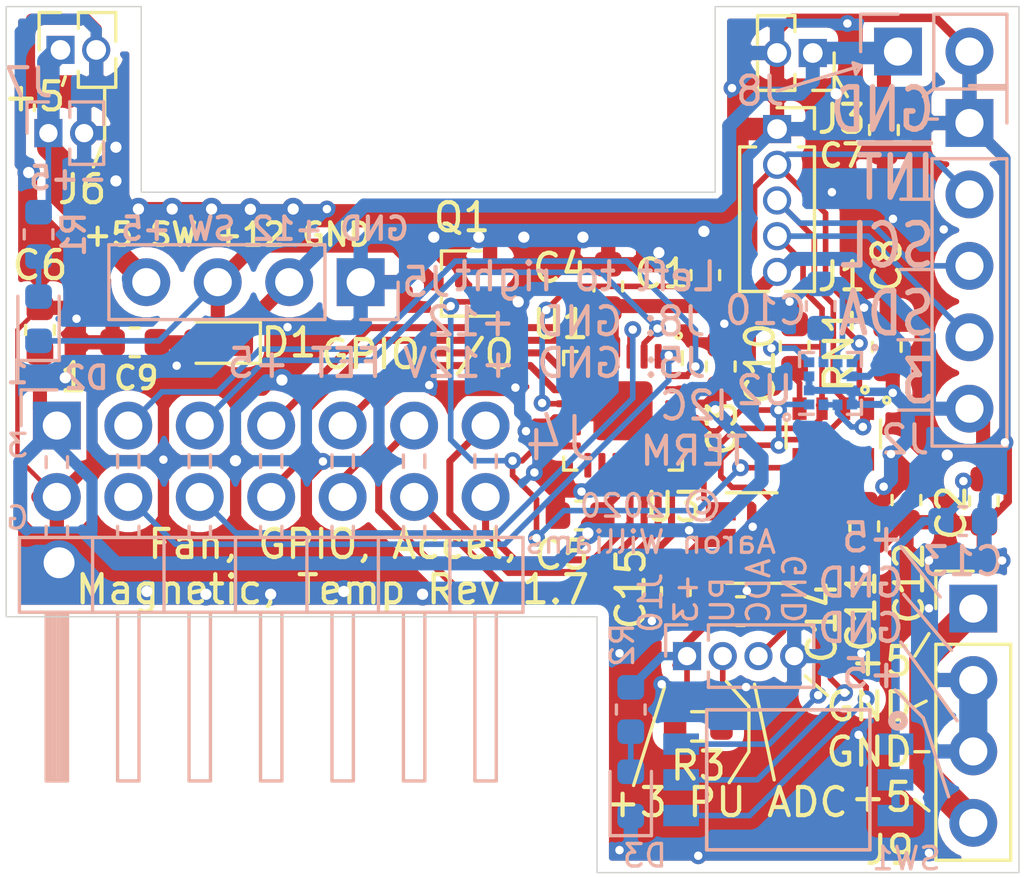
<source format=kicad_pcb>
(kicad_pcb (version 20171130) (host pcbnew 5.1.8-5.1.8)
  (title_block (title "GPIO + Fan Controller + Accelerometer") (date 2020-12-29) (rev 1.7) (comment 1 "© 2020 Aaron Williams"))
  (layers (0 F.Cu signal) (31 B.Cu signal) (34 B.Paste user) (35 F.Paste user) (36 B.SilkS user) (37 F.SilkS user) (38 B.Mask user) (39 F.Mask user) (44 Edge.Cuts user))
  (net 0 "")
  (net 1 GND)
  (net 2 +3V3)
  (net 3 /SDA)
  (net 4 /SCL)
  (net 5 /~INT)
  (net 6 +12V)
  (net 7 /P1_3)
  (net 8 /P1_2)
  (net 9 /P1_1)
  (net 10 /P1_0)
  (net 11 /P0_7)
  (net 12 /P0_6)
  (net 13 /P0_5)
  (net 14 /P0_4)
  (net 15 /P0_3)
  (net 16 /P0_2)
  (net 17 /P0_1)
  (net 18 /P0_0)
  (net 19 /FAN_CTL)
  (net 20 "Net-(U1-Pad14)")
  (net 21 "Net-(U1-Pad13)")
  (net 22 "Net-(U1-Pad12)")
  (net 23 +5V)
  (net 24 /FET)
  (net 25 /~INT_PU)
  (net 26 /SDA_PU)
  (net 27 /SCL_PU)
  (net 28 "Net-(D2-Pad2)")
  (net 29 "Net-(D3-Pad2)")
  (net 30 "Net-(C10-Pad1)")
  (net 31 "Net-(J9-Pad1)")
  (net 32 /ADC_IN)
  (net 33 /PU_OUT)
  (module Connector_PinHeader_1.27mm:PinHeader_1x04_P1.27mm_Vertical (layer B.Cu) (at 74.2 65.1 270)
    (fp_text reference J10 (at -1.9 1.3 270) (layer B.SilkS) (effects (font (size 0.8 0.8) (thickness 0.12)) (justify mirror)))
    (fp_text value "Conn_01x04 DNS")
    (pad 4 thru_hole oval (at 0 -3.81 270) (size 1 1) (drill 0.65) (layers *.Cu *.Mask) (net 1 GND))
    (pad 3 thru_hole oval (at 0 -2.54 270) (size 1 1) (drill 0.65) (layers *.Cu *.Mask) (net 32 /ADC_IN))
    (pad 2 thru_hole oval (at 0 -1.27 270) (size 1 1) (drill 0.65) (layers *.Cu *.Mask) (net 33 /PU_OUT))
    (pad 1 thru_hole rect (at 0 0 270) (size 1 1) (drill 0.65) (layers *.Cu *.Mask) (net 2 +3V3))
  )
  (module Resistor_SMD:R_0603_1608Metric (layer F.Cu) (at 74.6 67.6)
    (fp_text reference R3 (at 0 1.4) (layer F.SilkS))
    (fp_text value 4.7K)
    (pad 2 smd roundrect (at 0.825 0) (size 0.8 0.95) (layers F.Cu F.Paste F.Mask) (net 33 /PU_OUT))
    (pad 1 smd roundrect (at -0.825 0) (size 0.8 0.95) (layers F.Cu F.Paste F.Mask) (net 2 +3V3))
  )
  (module Package_TO_SOT_SMD:SOT-23-6 (layer F.Cu) (at 76.5 60.9 180)
    (fp_text reference U3 (at 2.8 1.1) (layer F.SilkS))
    (fp_text value ADS1110)
    (pad 5 smd rect (at 1.1 0 180) (size 1.06 0.65) (layers F.Cu F.Paste F.Mask) (net 2 +3V3))
    (pad 6 smd rect (at 1.1 -0.95 180) (size 1.06 0.65) (layers F.Cu F.Paste F.Mask) (net 1 GND))
    (pad 4 smd rect (at 1.1 0.95 180) (size 1.06 0.65) (layers F.Cu F.Paste F.Mask) (net 3 /SDA))
    (pad 3 smd rect (at -1.1 0.95 180) (size 1.06 0.65) (layers F.Cu F.Paste F.Mask) (net 4 /SCL))
    (pad 2 smd rect (at -1.1 0 180) (size 1.06 0.65) (layers F.Cu F.Paste F.Mask) (net 1 GND))
    (pad 1 smd rect (at -1.1 -0.95 180) (size 1.06 0.65) (layers F.Cu F.Paste F.Mask) (net 32 /ADC_IN))
  )
  (module Capacitor_SMD:C_0603_1608Metric (layer F.Cu) (at 73.8 62.8 270)
    (fp_text reference C15 (at -0.1 1.6 90) (layer F.SilkS))
    (fp_text value 0.1uF)
    (pad 2 smd roundrect (at 0.775 0 270) (size 0.9 0.95) (layers F.Cu F.Paste F.Mask) (net 1 GND))
    (pad 1 smd roundrect (at -0.775 0 270) (size 0.9 0.95) (layers F.Cu F.Paste F.Mask) (net 2 +3V3))
  )
  (module Capacitor_SMD:C_0603_1608Metric (layer F.Cu) (at 76.1 63.5)
    (fp_text reference C14 (at 2.9 0.4 90) (layer F.SilkS))
    (fp_text value 1uF)
    (pad 2 smd roundrect (at 0.775 0) (size 0.9 0.95) (layers F.Cu F.Paste F.Mask) (net 1 GND))
    (pad 1 smd roundrect (at -0.775 0) (size 0.9 0.95) (layers F.Cu F.Paste F.Mask) (net 2 +3V3))
  )
  (module Connector_PinHeader_2.54mm:PinHeader_1x04_P2.54mm_Vertical (layer F.Cu) (at 84.375 63.41)
    (fp_text reference J9 (at -2.975 8.59) (layer F.SilkS))
    (fp_text value "Conn_01x04 DNS")
    (pad 4 thru_hole oval (at 0 7.62) (size 1.7 1.7) (drill 1) (layers *.Cu *.Mask) (net 31 "Net-(J9-Pad1)"))
    (pad 3 thru_hole oval (at 0 5.08) (size 1.7 1.7) (drill 1) (layers *.Cu *.Mask) (net 1 GND))
    (pad 2 thru_hole oval (at 0 2.54) (size 1.7 1.7) (drill 1) (layers *.Cu *.Mask) (net 1 GND))
    (pad 1 thru_hole rect (at 0 0) (size 1.7 1.7) (drill 1) (layers *.Cu *.Mask) (net 31 "Net-(J9-Pad1)"))
  )
  (module Capacitor_SMD:C_0603_1608Metric (layer B.Cu) (at 84 60.3)
    (fp_text reference C13 (at 0 1.43) (layer B.SilkS) (effects (justify mirror)))
    (fp_text value 0.1uF)
    (pad 2 smd roundrect (at 0.775 0) (size 0.9 0.95) (layers B.Cu B.Paste B.Mask) (net 1 GND))
    (pad 1 smd roundrect (at -0.775 0) (size 0.9 0.95) (layers B.Cu B.Paste B.Mask) (net 2 +3V3))
  )
  (module Capacitor_SMD:C_0603_1608Metric (layer F.Cu) (at 78.025 54.075 90)
    (fp_text reference C10 (at -0.625 -1.225 90) (layer F.SilkS))
    (fp_text value 0.01uF)
    (pad 2 smd roundrect (at 0.7875 0 90) (size 0.875 0.95) (layers F.Cu F.Paste F.Mask) (net 1 GND))
    (pad 1 smd roundrect (at -0.7875 0 90) (size 0.875 0.95) (layers F.Cu F.Paste F.Mask) (net 2 +3V3))
  )
  (module Package_DFN_QFN:Texas_S-PVQFN-N24_EP2.1x2.1mm (layer F.Cu) (at 71.925 56.375 270)
    (fp_text reference U1 (at -3.075 2.225 180) (layer F.SilkS))
    (fp_text value PCA9575HF)
    (pad 24 smd roundrect (at -1.25 -1.9375 270) (size 0.25 0.875) (layers F.Cu F.Paste F.Mask) (net 18 /P0_0))
    (pad 23 smd roundrect (at -0.75 -1.9375 270) (size 0.25 0.875) (layers F.Cu F.Paste F.Mask) (net 2 +3V3))
    (pad 22 smd roundrect (at -0.25 -1.9375 270) (size 0.25 0.875) (layers F.Cu F.Paste F.Mask) (net 2 +3V3))
    (pad 21 smd roundrect (at 0.25 -1.9375 270) (size 0.25 0.875) (layers F.Cu F.Paste F.Mask) (net 4 /SCL))
    (pad 20 smd roundrect (at 0.75 -1.9375 270) (size 0.25 0.875) (layers F.Cu F.Paste F.Mask) (net 3 /SDA))
    (pad 19 smd roundrect (at 1.25 -1.9375 270) (size 0.25 0.875) (layers F.Cu F.Paste F.Mask) (net 10 /P1_0))
    (pad 18 smd roundrect (at 1.9375 -1.25 270) (size 0.875 0.25) (layers F.Cu F.Paste F.Mask) (net 9 /P1_1))
    (pad 17 smd roundrect (at 1.9375 -0.75 270) (size 0.875 0.25) (layers F.Cu F.Paste F.Mask) (net 8 /P1_2))
    (pad 16 smd roundrect (at 1.9375 -0.25 270) (size 0.875 0.25) (layers F.Cu F.Paste F.Mask) (net 7 /P1_3))
    (pad 15 smd roundrect (at 1.9375 0.25 270) (size 0.875 0.25) (layers F.Cu F.Paste F.Mask) (net 2 +3V3))
    (pad 14 smd roundrect (at 1.9375 0.75 270) (size 0.875 0.25) (layers F.Cu F.Paste F.Mask) (net 20 "Net-(U1-Pad14)"))
    (pad 13 smd roundrect (at 1.9375 1.25 270) (size 0.875 0.25) (layers F.Cu F.Paste F.Mask) (net 21 "Net-(U1-Pad13)"))
    (pad 12 smd roundrect (at 1.25 1.9375 270) (size 0.25 0.875) (layers F.Cu F.Paste F.Mask) (net 22 "Net-(U1-Pad12)"))
    (pad 11 smd roundrect (at 0.75 1.9375 270) (size 0.25 0.875) (layers F.Cu F.Paste F.Mask) (net 19 /FAN_CTL))
    (pad 10 smd roundrect (at 0.25 1.9375 270) (size 0.25 0.875) (layers F.Cu F.Paste F.Mask) (net 1 GND))
    (pad 9 smd roundrect (at -0.25 1.9375 270) (size 0.25 0.875) (layers F.Cu F.Paste F.Mask) (net 5 /~INT))
    (pad 8 smd roundrect (at -0.75 1.9375 270) (size 0.25 0.875) (layers F.Cu F.Paste F.Mask) (net 11 /P0_7))
    (pad 7 smd roundrect (at -1.25 1.9375 270) (size 0.25 0.875) (layers F.Cu F.Paste F.Mask) (net 12 /P0_6))
    (pad 6 smd roundrect (at -1.9375 1.25 270) (size 0.875 0.25) (layers F.Cu F.Paste F.Mask) (net 13 /P0_5))
    (pad 5 smd roundrect (at -1.9375 0.75 270) (size 0.875 0.25) (layers F.Cu F.Paste F.Mask) (net 14 /P0_4))
    (pad 4 smd roundrect (at -1.9375 0.25 270) (size 0.875 0.25) (layers F.Cu F.Paste F.Mask) (net 2 +3V3))
    (pad 3 smd roundrect (at -1.9375 -0.25 270) (size 0.875 0.25) (layers F.Cu F.Paste F.Mask) (net 15 /P0_3))
    (pad 2 smd roundrect (at -1.9375 -0.75 270) (size 0.875 0.25) (layers F.Cu F.Paste F.Mask) (net 16 /P0_2))
    (pad 1 smd roundrect (at -1.9375 -1.25 270) (size 0.875 0.25) (layers F.Cu F.Paste F.Mask) (net 17 /P0_1))
    (pad 25 smd roundrect (at 0 0 270) (size 2.1 2.1) (layers F.Cu F.Mask) (roundrect_rratio 0.1190471428571429) (net 1 GND))
  )
  (module Aaron:SW_DIP_SPSTx03_Slide_Wurth_416131160803_8.89x4.98mm_W2.65mm_P1.27mm (layer B.Cu) (at 77.8 69.5 270)
    (fp_text reference SW1 (at 2.8 -4.2) (layer B.SilkS) (effects (font (size 0.8 0.8) (thickness 0.12)) (justify mirror)))
    (fp_text value SW_DIP_x03)
    (pad 4 smd rect (at 1.27 3.81 270) (size 0.76 1.27) (layers B.Cu B.Paste B.Mask) (net 25 /~INT_PU))
    (pad 3 smd rect (at 1.27 -3.81 270) (size 0.76 1.27) (layers B.Cu B.Paste B.Mask) (net 2 +3V3))
    (pad 5 smd rect (at 0 3.81 270) (size 0.76 1.27) (layers B.Cu B.Paste B.Mask) (net 26 /SDA_PU))
    (pad 6 smd rect (at -1.27 3.81 270) (size 0.76 1.27) (layers B.Cu B.Paste B.Mask) (net 27 /SCL_PU))
    (pad 2 smd rect (at 0 -3.81 270) (size 0.76 1.27) (layers B.Cu B.Paste B.Mask) (net 2 +3V3))
    (pad 1 smd rect (at -1.27 -3.81 270) (size 0.76 1.27) (layers B.Cu B.Paste B.Mask) (net 2 +3V3))
  )
  (module Package_LGA:LGA-12_2x2mm_P0.5mm (layer B.Cu) (at 79.3 55.4)
    (fp_text reference U2 (at -2.35 0.25) (layer B.SilkS) (effects (justify mirror)))
    (fp_text value LSM303AGRTR)
    (pad 12 smd rect (at -0.25 0.7625 270) (size 0.375 0.35) (layers B.Cu B.Paste B.Mask) (net 5 /~INT))
    (pad 11 smd rect (at 0.25 0.7625 270) (size 0.375 0.35) (layers B.Cu B.Paste B.Mask) (net 5 /~INT))
    (pad 6 smd rect (at 0.25 -0.7625 270) (size 0.375 0.35) (layers B.Cu B.Paste B.Mask) (net 1 GND))
    (pad 5 smd rect (at -0.25 -0.7625 270) (size 0.375 0.35) (layers B.Cu B.Paste B.Mask) (net 30 "Net-(C10-Pad1)"))
    (pad 10 smd rect (at 0.7625 0.75) (size 0.375 0.35) (layers B.Cu B.Paste B.Mask) (net 2 +3V3))
    (pad 1 smd rect (at -0.7625 0.75) (size 0.375 0.35) (layers B.Cu B.Paste B.Mask) (net 4 /SCL))
    (pad 7 smd rect (at 0.7625 -0.75) (size 0.375 0.35) (layers B.Cu B.Paste B.Mask) (net 5 /~INT))
    (pad 4 smd rect (at -0.7625 -0.75) (size 0.375 0.35) (layers B.Cu B.Paste B.Mask) (net 3 /SDA))
    (pad 8 smd rect (at 0.7625 -0.25) (size 0.375 0.35) (layers B.Cu B.Paste B.Mask) (net 1 GND))
    (pad 9 smd rect (at 0.7625 0.25) (size 0.375 0.35) (layers B.Cu B.Paste B.Mask) (net 2 +3V3))
    (pad 3 smd rect (at -0.7625 -0.25) (size 0.375 0.35) (layers B.Cu B.Paste B.Mask) (net 2 +3V3))
    (pad 2 smd rect (at -0.7625 0.25) (size 0.375 0.35) (layers B.Cu B.Paste B.Mask) (net 2 +3V3))
  )
  (module Capacitor_SMD:C_0603_1608Metric (layer F.Cu) (at 82 59.55 270)
    (fp_text reference C12 (at 2.95 -0.1 270) (layer F.SilkS))
    (fp_text value 10uF)
    (pad 2 smd roundrect (at 0.7875 0 270) (size 0.875 0.95) (layers F.Cu F.Paste F.Mask) (net 1 GND))
    (pad 1 smd roundrect (at -0.7875 0 270) (size 0.875 0.95) (layers F.Cu F.Paste F.Mask) (net 2 +3V3))
  )
  (module Capacitor_SMD:C_0603_1608Metric (layer F.Cu) (at 80.5 60.4875 270)
    (fp_text reference C11 (at 3.0125 0.1 90) (layer F.SilkS))
    (fp_text value 0.1uF)
    (pad 2 smd roundrect (at 0.7875 0 270) (size 0.875 0.95) (layers F.Cu F.Paste F.Mask) (net 1 GND))
    (pad 1 smd roundrect (at -0.7875 0 270) (size 0.875 0.95) (layers F.Cu F.Paste F.Mask) (net 2 +3V3))
  )
  (module Capacitor_SMD:C_0603_1608Metric (layer B.Cu) (at 78.95 52.65 90)
    (fp_text reference C10 (at -0.15 -1.95 180) (layer B.SilkS) (effects (justify mirror)))
    (fp_text value 0.22uF)
    (pad 2 smd roundrect (at 0.7875 0 90) (size 0.875 0.95) (layers B.Cu B.Paste B.Mask) (net 1 GND))
    (pad 1 smd roundrect (at -0.7875 0 90) (size 0.875 0.95) (layers B.Cu B.Paste B.Mask) (net 30 "Net-(C10-Pad1)"))
  )
  (module Diode_SMD:D_0603_1608Metric (layer F.Cu) (at 57.55 53.95 180)
    (fp_text reference D1 (at -2.5 0) (layer F.SilkS))
    (fp_text value D_Schottky)
    (pad 2 smd roundrect (at 0.7875 0 180) (size 0.875 0.95) (layers F.Cu F.Paste F.Mask) (net 24 /FET))
    (pad 1 smd roundrect (at -0.7875 0 180) (size 0.875 0.95) (layers F.Cu F.Paste F.Mask) (net 6 +12V))
  )
  (module Connector_PinHeader_2.54mm:PinHeader_1x04_P2.54mm_Vertical (layer B.Cu) (at 62.6 51.8 90)
    (fp_text reference J5 (at 0 2.33 180) (layer B.SilkS) (effects (justify mirror)))
    (fp_text value "Conn_01x04 DNS")
    (pad 4 thru_hole oval (at 0 -7.62 90) (size 1.7 1.7) (drill 1) (layers *.Cu *.Mask) (net 23 +5V))
    (pad 3 thru_hole oval (at 0 -5.08 90) (size 1.7 1.7) (drill 1) (layers *.Cu *.Mask) (net 24 /FET))
    (pad 2 thru_hole oval (at 0 -2.54 90) (size 1.7 1.7) (drill 1) (layers *.Cu *.Mask) (net 6 +12V))
    (pad 1 thru_hole rect (at 0 0 90) (size 1.7 1.7) (drill 1) (layers *.Cu *.Mask) (net 1 GND))
  )
  (module Capacitor_SMD:C_0603_1608Metric (layer F.Cu) (at 54.57 53.94 180)
    (fp_text reference C9 (at -0.05 -1.27) (layer F.SilkS) (effects (font (size 0.8 0.8))))
    (fp_text value 1uF)
    (pad 2 smd roundrect (at 0.7875 0 180) (size 0.875 0.95) (layers F.Cu F.Paste F.Mask) (net 1 GND))
    (pad 1 smd roundrect (at -0.7875 0 180) (size 0.875 0.95) (layers F.Cu F.Paste F.Mask) (net 24 /FET))
  )
  (module Resistor_SMD:R_0603_1608Metric (layer B.Cu) (at 72.2 67 270)
    (fp_text reference R2 (at -2.3 0.3 270) (layer B.SilkS) (effects (font (size 0.8 0.8) (thickness 0.12)) (justify mirror)))
    (fp_text value 100)
    (pad 2 smd roundrect (at 0.7875 0 270) (size 0.875 0.95) (layers B.Cu B.Paste B.Mask) (net 29 "Net-(D3-Pad2)"))
    (pad 1 smd roundrect (at -0.7875 0 270) (size 0.875 0.95) (layers B.Cu B.Paste B.Mask) (net 2 +3V3))
  )
  (module LED_SMD:LED_0603_1608Metric (layer B.Cu) (at 72.2 70 90)
    (fp_text reference D3 (at -2.2 0.5 180) (layer B.SilkS) (effects (font (size 0.8 0.8) (thickness 0.12)) (justify mirror)))
    (fp_text value "LED GREEN")
    (pad 2 smd roundrect (at 0.7875 0 90) (size 0.875 0.95) (layers B.Cu B.Paste B.Mask) (net 29 "Net-(D3-Pad2)"))
    (pad 1 smd roundrect (at -0.7875 0 90) (size 0.875 0.95) (layers B.Cu B.Paste B.Mask) (net 1 GND))
  )
  (module Resistor_SMD:R_0603_1608Metric (layer B.Cu) (at 51.15 50.1 270)
    (fp_text reference R1 (at 0 -1.25 270) (layer B.SilkS) (effects (font (size 0.8 0.8)) (justify mirror)))
    (fp_text value 1K)
    (pad 2 smd roundrect (at 0.7875 0 270) (size 0.875 0.95) (layers B.Cu B.Paste B.Mask) (net 28 "Net-(D2-Pad2)"))
    (pad 1 smd roundrect (at -0.7875 0 270) (size 0.875 0.95) (layers B.Cu B.Paste B.Mask) (net 23 +5V))
  )
  (module LED_SMD:LED_0603_1608Metric (layer B.Cu) (at 51.15 53.1 90)
    (fp_text reference D2 (at -2.1 1.7 180) (layer B.SilkS) (effects (font (size 0.8 0.8)) (justify mirror)))
    (fp_text value "LED RED")
    (pad 2 smd roundrect (at 0.7875 0 90) (size 0.875 0.95) (layers B.Cu B.Paste B.Mask) (net 28 "Net-(D2-Pad2)"))
    (pad 1 smd roundrect (at -0.7875 0 90) (size 0.875 0.95) (layers B.Cu B.Paste B.Mask) (net 24 /FET))
  )
  (module Capacitor_SMD:C_0603_1608Metric (layer F.Cu) (at 81.3 54.1 90)
    (fp_text reference C8 (at 2.9 0 90) (layer F.SilkS))
    (fp_text value 0.1uF)
    (pad 2 smd roundrect (at 0.7875 0 90) (size 0.875 0.95) (layers F.Cu F.Paste F.Mask) (net 1 GND))
    (pad 1 smd roundrect (at -0.7875 0 90) (size 0.875 0.95) (layers F.Cu F.Paste F.Mask) (net 2 +3V3))
  )
  (module Capacitor_SMD:C_0603_1608Metric (layer F.Cu) (at 81.2 46.3875 270)
    (fp_text reference C7 (at 0.9125 1.5 180) (layer F.SilkS) (effects (font (size 0.8 0.8))))
    (fp_text value 1uF)
    (pad 2 smd roundrect (at 0.7875 0 270) (size 0.875 0.95) (layers F.Cu F.Paste F.Mask) (net 1 GND))
    (pad 1 smd roundrect (at -0.7875 0 270) (size 0.875 0.95) (layers F.Cu F.Paste F.Mask) (net 6 +12V))
  )
  (module Connector_PinHeader_2.54mm:PinHeader_1x05_P2.54mm_Vertical (layer B.Cu) (at 84.24 46.14 180)
    (fp_text reference J2 (at 2.29 -11.26) (layer B.SilkS) (effects (justify mirror)))
    (fp_text value "Conn_01x05 DNS")
    (pad 5 thru_hole oval (at 0 -10.16 180) (size 1.7 1.7) (drill 1) (layers *.Cu *.Mask) (net 2 +3V3))
    (pad 4 thru_hole oval (at 0 -7.62 180) (size 1.7 1.7) (drill 1) (layers *.Cu *.Mask) (net 3 /SDA))
    (pad 3 thru_hole oval (at 0 -5.08 180) (size 1.7 1.7) (drill 1) (layers *.Cu *.Mask) (net 4 /SCL))
    (pad 2 thru_hole oval (at 0 -2.54 180) (size 1.7 1.7) (drill 1) (layers *.Cu *.Mask) (net 5 /~INT))
    (pad 1 thru_hole rect (at 0 0 180) (size 1.7 1.7) (drill 1) (layers *.Cu *.Mask) (net 1 GND))
  )
  (module Connector_PinHeader_2.54mm:PinHeader_1x02_P2.54mm_Vertical (layer B.Cu) (at 81.7 43.6 270)
    (fp_text reference J8 (at 1.4 4.9 180) (layer B.SilkS) (effects (justify mirror)))
    (fp_text value "Conn_01x02 DNS")
    (pad 2 thru_hole oval (at 0 -2.54 270) (size 1.7 1.7) (drill 1) (layers *.Cu *.Mask) (net 1 GND))
    (pad 1 thru_hole rect (at 0 0 270) (size 1.7 1.7) (drill 1) (layers *.Cu *.Mask) (net 6 +12V))
  )
  (module Connector_PinHeader_1.27mm:PinHeader_1x02_P1.27mm_Vertical (layer B.Cu) (at 51.5 46.5 270)
    (fp_text reference J7 (at -1.8 0.7 180) (layer B.SilkS) (effects (justify mirror)))
    (fp_text value "Conn_01x02 DNS")
    (pad 2 thru_hole oval (at 0 -1.27 270) (size 1 1) (drill 0.65) (layers *.Cu *.Mask) (net 1 GND))
    (pad 1 thru_hole rect (at 0 0 270) (size 1 1) (drill 0.65) (layers *.Cu *.Mask) (net 23 +5V))
  )
  (module Connector_PinSocket_1.27mm:PinSocket_1x02_P1.27mm_Vertical (layer F.Cu) (at 51.93 43.54 90)
    (fp_text reference J6 (at -4.96 0.77 180) (layer F.SilkS))
    (fp_text value Conn_01x02)
    (pad 2 thru_hole oval (at 0 1.27 90) (size 1 1) (drill 0.7) (layers *.Cu *.Mask) (net 1 GND))
    (pad 1 thru_hole rect (at 0 0 90) (size 1 1) (drill 0.7) (layers *.Cu *.Mask) (net 23 +5V))
  )
  (module Resistor_SMD:R_Array_Convex_4x0603 (layer F.Cu) (at 79.4 57.2 270)
    (fp_text reference RN1 (at -3 -0.2 270) (layer F.SilkS))
    (fp_text value 4.7K)
    (pad 5 smd rect (at 0.9 1.2 270) (size 0.8 0.5) (layers F.Cu F.Paste F.Mask) (net 19 /FAN_CTL))
    (pad 6 smd rect (at 0.9 0.4 270) (size 0.8 0.4) (layers F.Cu F.Paste F.Mask) (net 27 /SCL_PU))
    (pad 8 smd rect (at 0.9 -1.2 270) (size 0.8 0.5) (layers F.Cu F.Paste F.Mask) (net 25 /~INT_PU))
    (pad 7 smd rect (at 0.9 -0.4 270) (size 0.8 0.4) (layers F.Cu F.Paste F.Mask) (net 26 /SDA_PU))
    (pad 4 smd rect (at -0.9 1.2 270) (size 0.8 0.5) (layers F.Cu F.Paste F.Mask) (net 2 +3V3))
    (pad 2 smd rect (at -0.9 -0.4 270) (size 0.8 0.4) (layers F.Cu F.Paste F.Mask) (net 4 /SCL))
    (pad 3 smd rect (at -0.9 0.4 270) (size 0.8 0.4) (layers F.Cu F.Paste F.Mask) (net 3 /SDA))
    (pad 1 smd rect (at -0.9 -1.2 270) (size 0.8 0.5) (layers F.Cu F.Paste F.Mask) (net 5 /~INT))
  )
  (module Package_TO_SOT_SMD:SOT-323_SC-70 (layer F.Cu) (at 66.2 51.85 180)
    (fp_text reference Q1 (at 0 2.35) (layer F.SilkS))
    (fp_text value BSS214NW)
    (pad 3 smd rect (at 1 0 90) (size 0.45 0.7) (layers F.Cu F.Paste F.Mask) (net 24 /FET))
    (pad 2 smd rect (at -1 0.65 90) (size 0.45 0.7) (layers F.Cu F.Paste F.Mask) (net 1 GND))
    (pad 1 smd rect (at -1 -0.65 90) (size 0.45 0.7) (layers F.Cu F.Paste F.Mask) (net 19 /FAN_CTL))
  )
  (module Connector_PinHeader_2.54mm:PinHeader_2x07_P2.54mm_Horizontal (layer B.Cu) (at 51.8 56.9 270)
    (fp_text reference J4 (at 0.475 -17.9) (layer B.SilkS) (effects (font (size 1.5 1.5)) (justify mirror)))
    (fp_text value Conn_02x07_Odd_Even)
    (pad 14 thru_hole oval (at 2.54 -15.24 270) (size 1.7 1.7) (drill 1) (layers *.Cu *.Mask) (net 7 /P1_3))
    (pad 13 thru_hole oval (at 0 -15.24 270) (size 1.7 1.7) (drill 1) (layers *.Cu *.Mask) (net 8 /P1_2))
    (pad 12 thru_hole oval (at 2.54 -12.7 270) (size 1.7 1.7) (drill 1) (layers *.Cu *.Mask) (net 9 /P1_1))
    (pad 11 thru_hole oval (at 0 -12.7 270) (size 1.7 1.7) (drill 1) (layers *.Cu *.Mask) (net 10 /P1_0))
    (pad 10 thru_hole oval (at 2.54 -10.16 270) (size 1.7 1.7) (drill 1) (layers *.Cu *.Mask) (net 11 /P0_7))
    (pad 9 thru_hole oval (at 0 -10.16 270) (size 1.7 1.7) (drill 1) (layers *.Cu *.Mask) (net 12 /P0_6))
    (pad 8 thru_hole oval (at 2.54 -7.62 270) (size 1.7 1.7) (drill 1) (layers *.Cu *.Mask) (net 13 /P0_5))
    (pad 7 thru_hole oval (at 0 -7.62 270) (size 1.7 1.7) (drill 1) (layers *.Cu *.Mask) (net 14 /P0_4))
    (pad 6 thru_hole oval (at 2.54 -5.08 270) (size 1.7 1.7) (drill 1) (layers *.Cu *.Mask) (net 15 /P0_3))
    (pad 5 thru_hole oval (at 0 -5.08 270) (size 1.7 1.7) (drill 1) (layers *.Cu *.Mask) (net 16 /P0_2))
    (pad 4 thru_hole oval (at 2.54 -2.54 270) (size 1.7 1.7) (drill 1) (layers *.Cu *.Mask) (net 17 /P0_1))
    (pad 3 thru_hole oval (at 0 -2.54 270) (size 1.7 1.7) (drill 1) (layers *.Cu *.Mask) (net 18 /P0_0))
    (pad 2 thru_hole oval (at 2.54 0 270) (size 1.7 1.7) (drill 1) (layers *.Cu *.Mask) (net 1 GND))
    (pad 1 thru_hole rect (at 0 0 270) (size 1.7 1.7) (drill 1) (layers *.Cu *.Mask) (net 2 +3V3))
  )
  (module Connector_PinSocket_1.27mm:PinSocket_1x02_P1.27mm_Vertical (layer F.Cu) (at 78.67 43.65 270)
    (fp_text reference J3 (at 2.35 -1.03 180) (layer F.SilkS))
    (fp_text value Conn_01x02)
    (pad 2 thru_hole oval (at 0 1.27 270) (size 1 1) (drill 0.7) (layers *.Cu *.Mask) (net 1 GND))
    (pad 1 thru_hole rect (at 0 0 270) (size 1 1) (drill 0.7) (layers *.Cu *.Mask) (net 6 +12V))
  )
  (module Connector_PinSocket_1.27mm:PinSocket_1x05_P1.27mm_Vertical (layer F.Cu) (at 77.4 46.355)
    (fp_text reference J1 (at 2.3 5.245) (layer F.SilkS))
    (fp_text value Conn_01x05)
    (pad 5 thru_hole oval (at 0 5.08) (size 1 1) (drill 0.7) (layers *.Cu *.Mask) (net 2 +3V3))
    (pad 4 thru_hole oval (at 0 3.81) (size 1 1) (drill 0.7) (layers *.Cu *.Mask) (net 3 /SDA))
    (pad 3 thru_hole oval (at 0 2.54) (size 1 1) (drill 0.7) (layers *.Cu *.Mask) (net 4 /SCL))
    (pad 2 thru_hole oval (at 0 1.27) (size 1 1) (drill 0.7) (layers *.Cu *.Mask) (net 5 /~INT))
    (pad 1 thru_hole rect (at 0 0) (size 1 1) (drill 0.7) (layers *.Cu *.Mask) (net 1 GND))
  )
  (module Capacitor_SMD:C_0603_1608Metric (layer F.Cu) (at 51.2 53.5 90)
    (fp_text reference C6 (at 2.3 0 180) (layer F.SilkS))
    (fp_text value 1uF)
    (pad 2 smd roundrect (at 0.7875 0 90) (size 0.875 0.95) (layers F.Cu F.Paste F.Mask) (net 1 GND))
    (pad 1 smd roundrect (at -0.7875 0 90) (size 0.875 0.95) (layers F.Cu F.Paste F.Mask) (net 2 +3V3))
  )
  (module Capacitor_SMD:C_0603_1608Metric (layer F.Cu) (at 70.4 60.1 180)
    (fp_text reference C5 (at 0.65 -1.4) (layer F.SilkS))
    (fp_text value 1uF)
    (pad 2 smd roundrect (at 0.7875 0 180) (size 0.875 0.95) (layers F.Cu F.Paste F.Mask) (net 1 GND))
    (pad 1 smd roundrect (at -0.7875 0 180) (size 0.875 0.95) (layers F.Cu F.Paste F.Mask) (net 2 +3V3))
  )
  (module Capacitor_SMD:C_0603_1608Metric (layer F.Cu) (at 71.4 51.95 90)
    (fp_text reference C4 (at 0.65 -1.7 180) (layer F.SilkS))
    (fp_text value 1uF)
    (pad 2 smd roundrect (at 0.7875 0 90) (size 0.875 0.95) (layers F.Cu F.Paste F.Mask) (net 1 GND))
    (pad 1 smd roundrect (at -0.7875 0 90) (size 0.875 0.95) (layers F.Cu F.Paste F.Mask) (net 2 +3V3))
  )
  (module Capacitor_SMD:C_0603_1608Metric (layer F.Cu) (at 75.4 54.8 90)
    (fp_text reference C3 (at -2.2 0.05 270) (layer F.SilkS))
    (fp_text value 1uF)
    (pad 2 smd roundrect (at 0.7875 0 90) (size 0.875 0.95) (layers F.Cu F.Paste F.Mask) (net 1 GND))
    (pad 1 smd roundrect (at -0.7875 0 90) (size 0.875 0.95) (layers F.Cu F.Paste F.Mask) (net 2 +3V3))
  )
  (module Capacitor_SMD:C_0603_1608Metric (layer F.Cu) (at 84.75 59.59 270)
    (fp_text reference C2 (at 0.41 1.15 270) (layer F.SilkS))
    (fp_text value 1uF)
    (pad 2 smd roundrect (at 0.7875 0 270) (size 0.875 0.95) (layers F.Cu F.Paste F.Mask) (net 1 GND))
    (pad 1 smd roundrect (at -0.7875 0 270) (size 0.875 0.95) (layers F.Cu F.Paste F.Mask) (net 2 +3V3))
  )
  (module Capacitor_SMD:C_0603_1608Metric (layer F.Cu) (at 74.85 51.55 90)
    (fp_text reference C1 (at 0.05 -1.55 180) (layer F.SilkS))
    (fp_text value 1uF)
    (pad 2 smd roundrect (at 0.7875 0 90) (size 0.875 0.95) (layers F.Cu F.Paste F.Mask) (net 1 GND))
    (pad 1 smd roundrect (at -0.7875 0 90) (size 0.875 0.95) (layers F.Cu F.Paste F.Mask) (net 2 +3V3))
  )
  (gr_text "+3\nPU\nADC\nGND" (at 76.1 64 90) (layer B.SilkS) (effects (font (size 0.8 0.8) (thickness 0.12)) (justify right mirror)))
  (gr_line (start 76.4 66.9) (end 75.6 66) (layer F.SilkS) (width 0.12))
  (gr_line (start 76.4 68.5) (end 76.4 66.9) (layer F.SilkS) (width 0.12))
  (gr_line (start 75.7 69.6) (end 76.4 68.5) (layer F.SilkS) (width 0.12))
  (gr_line (start 79.2 66.5) (end 78.4 65.8) (layer F.SilkS) (width 0.12))
  (gr_line (start 77.3 69.5) (end 76.6 66.1) (layer F.SilkS) (width 0.12))
  (gr_line (start 72.3 69.7) (end 73.4 66.2) (layer F.SilkS) (width 0.12))
  (gr_text "+3 PU ADC" (at 75.6 70.3) (layer F.SilkS) (effects (font (size 1 1))))
  (gr_line (start 82.3 65.1) (end 82.8 64.3) (layer F.SilkS) (width 0.12))
  (gr_line (start 82.3 66.9) (end 82.7 66.7) (layer F.SilkS) (width 0.12))
  (gr_line (start 82.3 68.5) (end 82.8 68.5) (layer F.SilkS) (width 0.12))
  (gr_line (start 82.3 70.2) (end 82.8 70.6) (layer F.SilkS) (width 0.12))
  (gr_text "+5\nGND\nGND\n+5" (at 82.3 67.7) (layer F.SilkS) (effects (font (size 1 1)) (justify right)))
  (gr_text "3\n\nG" (at 50.4 58.9) (layer B.SilkS) (effects (font (size 0.8 0.8) (thickness 0.12)) (justify mirror)))
  (gr_line (start 82.6 67.3) (end 83.5 70.1) (layer B.SilkS) (width 0.12))
  (gr_line (start 81.6 66.3) (end 82.6 67.3) (layer B.SilkS) (width 0.12))
  (gr_line (start 81.8 64.6) (end 83.8 67.4) (layer B.SilkS) (width 0.12))
  (gr_line (start 81.9 62.9) (end 83.6 64.9) (layer B.SilkS) (width 0.12))
  (gr_line (start 81.8 61.2) (end 83.2 63) (layer B.SilkS) (width 0.12))
  (gr_text "+5\nGND\nGND\n+5" (at 82 63.3) (layer B.SilkS) (effects (font (size 1 1)) (justify left mirror)))
  (gr_line (start 51 45.5) (end 51 45.7) (layer F.SilkS) (width 0.12))
  (gr_line (start 52 44.8) (end 52.1 44.5) (layer F.SilkS) (width 0.12))
  (gr_text +5 (at 51 45.2) (layer F.SilkS) (effects (font (size 1 1))))
  (gr_line (start 71 63.7) (end 71 72.8) (layer Edge.Cuts) (width 0.05))
  (gr_line (start 70.2 63.7) (end 71 63.7) (layer Edge.Cuts) (width 0.05))
  (gr_line (start 86 72.8) (end 71 72.8) (layer Edge.Cuts) (width 0.05))
  (gr_line (start 86 63.7) (end 86 72.8) (layer Edge.Cuts) (width 0.05))
  (gr_line (start 50 63.7) (end 70.2 63.7) (layer Edge.Cuts) (width 0.05))
  (gr_circle (center 77.75 56.6) (end 77.8 56.6) (layer B.SilkS) (width 0.12))
  (gr_circle (center 80.875 54.125) (end 80.875 54.05) (layer B.SilkS) (width 0.12))
  (gr_text "I2C\nTERM" (at 74.45 57) (layer B.SilkS) (effects (font (size 1 1)) (justify mirror)))
  (gr_line (start 81.725 56.35) (end 82.9 56.35) (layer B.SilkS) (width 0.12))
  (gr_line (start 81.7 53.85) (end 82.875 53.85) (layer B.SilkS) (width 0.12))
  (gr_line (start 81.775 51.35) (end 82.925 51.35) (layer B.SilkS) (width 0.12))
  (gr_line (start 81.8 48.85) (end 82.875 48.85) (layer B.SilkS) (width 0.12))
  (gr_circle (center 81.3 56) (end 81.35 56) (layer F.SilkS) (width 0.12))
  (gr_circle (center 80.525 55.625) (end 80.575 55.65) (layer F.SilkS) (width 0.12))
  (gr_text "GND +12 SW +5" (at 59.2 49.9) (layer B.SilkS) (effects (font (size 0.8 0.8)) (justify mirror)))
  (gr_text "+5 SW +12 GND" (at 57.86 50.11) (layer F.SilkS) (effects (font (size 0.8 0.8))))
  (gr_text "© 2020\nAaron Williams" (at 72.9 60.4) (layer B.SilkS) (effects (font (size 0.8 0.8) (thickness 0.12)) (justify mirror)))
  (gr_text 1 (at 52.39 55.19) (layer F.SilkS) (effects (font (size 1 1))))
  (gr_text 1 (at 50.4 55) (layer B.SilkS) (effects (font (size 0.8 0.8)) (justify mirror)))
  (gr_circle (center 73.9 53.7) (end 74 53.7) (layer F.SilkS) (width 0.12))
  (gr_line (start 82.6 45.2) (end 83 44.9) (layer B.SilkS) (width 0.12))
  (gr_line (start 82.7 46) (end 83.1 46) (layer B.SilkS) (width 0.12))
  (gr_text "Left to right" (at 70.6 51.6) (layer B.SilkS) (effects (font (size 1 1)) (justify mirror)))
  (gr_line (start 80.2 44.4) (end 80.4 44.1) (layer B.SilkS) (width 0.12))
  (gr_line (start 80.1 44) (end 80.2 44.4) (layer B.SilkS) (width 0.12))
  (gr_line (start 80.4 44.1) (end 80.1 44) (layer B.SilkS) (width 0.12))
  (gr_line (start 77.4 45) (end 80.4 44.1) (layer B.SilkS) (width 0.12))
  (gr_text "Fan, GPIO, Accel,\nMagnetic, Temp Rev 1.7" (at 61.6 61.925) (layer F.SilkS) (effects (font (size 1 1))))
  (gr_text "GPIO I/O" (at 64.62 54.37) (layer F.SilkS) (effects (font (size 1 1))))
  (gr_text "J5: GND +12V FET +5" (at 66.37 54.68) (layer B.SilkS) (effects (font (size 1 1)) (justify mirror)))
  (gr_text "GND\n~INT~\nSCL\nSDA\n3" (at 83.1 50.5) (layer B.SilkS) (effects (font (size 1.5 1.2) (thickness 0.2)) (justify left mirror)))
  (gr_text "J8: GND +12" (at 69.9 53.2) (layer B.SilkS) (effects (font (size 1 1)) (justify mirror)))
  (gr_line (start 79.9 45.2) (end 79.5 44.5) (layer F.SilkS) (width 0.12))
  (gr_line (start 53.5 46.7) (end 53.5 44.9) (layer F.SilkS) (width 0.12))
  (gr_line (start 53.1 47.7) (end 53.5 46.7) (layer F.SilkS) (width 0.12))
  (gr_text -+5 (at 52.2 48.1) (layer B.SilkS) (effects (font (size 0.8 0.8)) (justify mirror)))
  (gr_line (start 86 63.7) (end 86 42) (layer Edge.Cuts) (width 0.05))
  (gr_line (start 50 42) (end 50 63.7) (layer Edge.Cuts) (width 0.05))
  (gr_line (start 54.8 42) (end 50 42) (layer Edge.Cuts) (width 0.05))
  (gr_line (start 54.8 48.6) (end 54.8 42) (layer Edge.Cuts) (width 0.05))
  (gr_line (start 75.2 48.6) (end 54.8 48.6) (layer Edge.Cuts) (width 0.05))
  (gr_line (start 75.2 42) (end 75.2 48.6) (layer Edge.Cuts) (width 0.05))
  (gr_line (start 86 42) (end 75.2 42) (layer Edge.Cuts) (width 0.05))
  (segment (start 71.125 56.625) (end 71.4 56.9) (width 0.25) (layer F.Cu) (net 1))
  (segment (start 69.95 56.625) (end 71.125 56.625) (width 0.25) (layer F.Cu) (net 1))
  (segment (start 69.604194 57.195806) (end 69.508384 57.099996) (width 0.3) (layer B.Cu) (net 1))
  (via (at 68.476153 57.099996) (size 0.6) (drill 0.3) (layers F.Cu B.Cu) (net 1))
  (segment (start 69.508384 57.099996) (end 69.041838 57.099996) (width 0.3) (layer B.Cu) (net 1))
  (segment (start 69.041838 57.099996) (end 68.476153 57.099996) (width 0.3) (layer B.Cu) (net 1))
  (via (at 53.9 48.2) (size 0.8) (drill 0.4) (layers F.Cu B.Cu) (net 1))
  (via (at 53.9 47) (size 0.8) (drill 0.4) (layers F.Cu B.Cu) (net 1))
  (via (at 73.2 50.75) (size 0.8) (drill 0.4) (layers F.Cu B.Cu) (net 1))
  (via (at 70.5 50.2) (size 0.8) (drill 0.4) (layers F.Cu B.Cu) (net 1))
  (segment (start 75.899989 48.135048) (end 75.9 48.135037) (width 0.8) (layer F.Cu) (net 1))
  (segment (start 76.1 46.355) (end 77.4 46.355) (width 0.8) (layer F.Cu) (net 1))
  (segment (start 75.9 46.555) (end 76.1 46.355) (width 0.8) (layer F.Cu) (net 1))
  (segment (start 75.9 48.135037) (end 75.9 46.555) (width 0.8) (layer F.Cu) (net 1))
  (segment (start 71.699989 49.100011) (end 71.699978 49.1) (width 0.5) (layer F.Cu) (net 1))
  (segment (start 75.899989 49.100011) (end 71.699989 49.100011) (width 0.5) (layer F.Cu) (net 1))
  (segment (start 75.899989 49.100011) (end 75.899989 48.135048) (width 0.8) (layer F.Cu) (net 1))
  (segment (start 71.699978 49.1) (end 70.7 49.1) (width 0.5) (layer F.Cu) (net 1))
  (segment (start 70.7 49.1) (end 70.2 49.6) (width 0.5) (layer F.Cu) (net 1))
  (via (at 65.2 50.2) (size 0.8) (drill 0.4) (layers F.Cu B.Cu) (net 1))
  (via (at 66.8 50.2) (size 0.8) (drill 0.4) (layers F.Cu B.Cu) (net 1))
  (via (at 68.4 50.2) (size 0.8) (drill 0.4) (layers F.Cu B.Cu) (net 1))
  (segment (start 69.6125 59.406925) (end 68.774955 58.56938) (width 0.3) (layer F.Cu) (net 1))
  (via (at 68.774955 58.56938) (size 0.6) (drill 0.3) (layers F.Cu B.Cu) (net 1))
  (segment (start 69.6125 59.9) (end 69.6125 59.406925) (width 0.3) (layer F.Cu) (net 1))
  (segment (start 68.476153 57.099996) (end 68.876152 57.499995) (width 0.3) (layer B.Cu) (net 1))
  (segment (start 68.876152 58.468183) (end 68.774955 58.56938) (width 0.3) (layer B.Cu) (net 1))
  (segment (start 68.876152 57.499995) (end 68.876152 58.468183) (width 0.3) (layer B.Cu) (net 1))
  (via (at 74.8 49.99375) (size 0.8) (drill 0.4) (layers F.Cu B.Cu) (net 1))
  (via (at 57.300001 49.2) (size 0.8) (drill 0.4) (layers F.Cu B.Cu) (net 1))
  (via (at 55.900001 49.2) (size 0.8) (drill 0.4) (layers F.Cu B.Cu) (net 1))
  (via (at 54.7 49.2) (size 0.8) (drill 0.4) (layers F.Cu B.Cu) (net 1))
  (via (at 68.2 52.5) (size 0.8) (drill 0.4) (layers F.Cu B.Cu) (net 1))
  (segment (start 67.7 55.6) (end 65.199988 55.6) (width 0.5) (layer F.Cu) (net 1))
  (segment (start 65.199988 55.6) (end 65.060859 55.460871) (width 0.5) (layer F.Cu) (net 1))
  (segment (start 65.060859 55.460871) (end 65.039129 55.460871) (width 0.5) (layer B.Cu) (net 1))
  (via (at 83.45 57.95) (size 0.8) (drill 0.4) (layers F.Cu B.Cu) (net 1))
  (via (at 79.5 45.1) (size 0.8) (drill 0.4) (layers F.Cu B.Cu) (net 1))
  (segment (start 57.300001 49.2) (end 54.7 49.2) (width 0.5) (layer F.Cu) (net 1))
  (via (at 52.1 55.2) (size 0.8) (drill 0.4) (layers F.Cu B.Cu) (net 1))
  (via (at 79.35 48.6) (size 0.6) (drill 0.3) (layers F.Cu B.Cu) (net 1))
  (segment (start 69.6125 59.9) (end 69.762619 59.9) (width 0.2) (layer F.Cu) (net 1))
  (segment (start 69.39787 59.192295) (end 68.774955 58.56938) (width 0.4) (layer F.Cu) (net 1))
  (segment (start 69.6125 59.9) (end 69.7 59.9) (width 0.3) (layer F.Cu) (net 1))
  (segment (start 75.325 50.7625) (end 75.875 50.2125) (width 0.5) (layer F.Cu) (net 1))
  (segment (start 74.85 50.7625) (end 75.325 50.7625) (width 0.5) (layer F.Cu) (net 1))
  (segment (start 75.875 50.2125) (end 75.875 49.525) (width 0.5) (layer F.Cu) (net 1))
  (via (at 58.68 49.21) (size 0.8) (drill 0.4) (layers F.Cu B.Cu) (net 1))
  (via (at 60.2 49.2) (size 0.8) (drill 0.4) (layers F.Cu B.Cu) (net 1))
  (via (at 56.06 54.77) (size 0.6) (drill 0.3) (layers F.Cu B.Cu) (net 1))
  (segment (start 51.88 61.78) (end 51.88 61.78) (width 0.5) (layer B.Cu) (net 1))
  (via (at 51.88 61.78) (size 1.6) (drill 1.1) (layers F.Cu B.Cu) (net 1))
  (via (at 62 62.8) (size 0.8) (drill 0.4) (layers F.Cu B.Cu) (net 1))
  (via (at 59.4 62.9) (size 0.8) (drill 0.4) (layers F.Cu B.Cu) (net 1))
  (via (at 57.1 62.9) (size 0.8) (drill 0.4) (layers F.Cu B.Cu) (net 1))
  (via (at 55 62.8) (size 0.8) (drill 0.4) (layers F.Cu B.Cu) (net 1))
  (segment (start 69.65 59.2) (end 69.662095 59.212095) (width 0.5) (layer F.Cu) (net 1))
  (segment (start 69.662095 59.212095) (end 70.052885 59.212095) (width 0.5) (layer F.Cu) (net 1))
  (via (at 70.45 59.25) (size 0.6) (drill 0.3) (layers F.Cu B.Cu) (net 1))
  (segment (start 70.052885 59.212095) (end 70.412095 59.212095) (width 0.5) (layer F.Cu) (net 1))
  (via (at 83.325 49.925) (size 0.6) (drill 0.3) (layers F.Cu B.Cu) (net 1))
  (via (at 81.520416 49.548753) (size 0.6) (drill 0.3) (layers F.Cu B.Cu) (net 1))
  (segment (start 81.820415 49.248754) (end 81.851246 49.248754) (width 0.4) (layer B.Cu) (net 1))
  (segment (start 81.520416 49.548753) (end 81.820415 49.248754) (width 0.4) (layer B.Cu) (net 1))
  (segment (start 81.925 54.075) (end 81.625001 53.775001) (width 0.4) (layer B.Cu) (net 1))
  (segment (start 81.625001 53.775001) (end 80.65 52.8) (width 0.4) (layer B.Cu) (net 1))
  (segment (start 79.65 51.8625) (end 79.425 51.8625) (width 0.5) (layer B.Cu) (net 1))
  (segment (start 79.72501 54.07499) (end 79.72501 52.16251) (width 0.2) (layer B.Cu) (net 1))
  (segment (start 79.425 51.8625) (end 78.95 51.8625) (width 0.2) (layer B.Cu) (net 1))
  (segment (start 81.3 53.5125) (end 80.49375 52.70625) (width 0.5) (layer B.Cu) (net 1))
  (segment (start 79.72501 52.16251) (end 79.425 51.8625) (width 0.2) (layer B.Cu) (net 1))
  (segment (start 79.55 54.25) (end 79.72501 54.07499) (width 0.2) (layer B.Cu) (net 1))
  (segment (start 79.55 54.6375) (end 79.55 54.25) (width 0.2) (layer B.Cu) (net 1))
  (segment (start 79.75 55.15) (end 80.0625 55.15) (width 0.2) (layer B.Cu) (net 1))
  (segment (start 79.55 54.6375) (end 79.55 54.95) (width 0.2) (layer B.Cu) (net 1))
  (segment (start 79.55 54.95) (end 79.75 55.15) (width 0.2) (layer B.Cu) (net 1))
  (segment (start 78.95 51.8625) (end 78.475 51.8625) (width 0.5) (layer B.Cu) (net 1))
  (segment (start 77.845202 52.492298) (end 77.845202 53.107202) (width 0.5) (layer B.Cu) (net 1))
  (segment (start 75.4 53.403373) (end 75.525627 53.277746) (width 0.5) (layer F.Cu) (net 1))
  (segment (start 75.4 54.0125) (end 75.4 53.403373) (width 0.5) (layer F.Cu) (net 1))
  (via (at 75.525627 53.277746) (size 0.6) (drill 0.3) (layers F.Cu B.Cu) (net 1))
  (segment (start 78.475 51.8625) (end 77.845202 52.492298) (width 0.5) (layer B.Cu) (net 1))
  (segment (start 78.025 52.672096) (end 77.845202 52.492298) (width 0.5) (layer F.Cu) (net 1))
  (segment (start 78.025 53.2875) (end 78.025 52.672096) (width 0.5) (layer F.Cu) (net 1))
  (via (at 77.845202 52.492298) (size 0.6) (drill 0.3) (layers F.Cu B.Cu) (net 1))
  (segment (start 81.0625 61.275) (end 82 60.3375) (width 0.3) (layer F.Cu) (net 1))
  (segment (start 80.5 61.275) (end 81.0625 61.275) (width 0.3) (layer F.Cu) (net 1))
  (segment (start 80.0625 55.15) (end 80.65 55.15) (width 0.25) (layer B.Cu) (net 1))
  (segment (start 80.65 55.15) (end 80.9 54.9) (width 0.25) (layer B.Cu) (net 1))
  (segment (start 77.4 46.355) (end 77.4 46.4) (width 0.25) (layer B.Cu) (net 1))
  (segment (start 75.75625 49.99375) (end 74.8 49.99375) (width 0.4) (layer B.Cu) (net 1))
  (segment (start 76.35001 49.39999) (end 75.75625 49.99375) (width 0.4) (layer B.Cu) (net 1))
  (segment (start 77.4 46.355) (end 77.337998 46.355) (width 0.4) (layer B.Cu) (net 1))
  (segment (start 76.35001 47.342988) (end 76.35001 49.39999) (width 0.4) (layer B.Cu) (net 1))
  (segment (start 77.337998 46.355) (end 76.35001 47.342988) (width 0.4) (layer B.Cu) (net 1))
  (segment (start 85.5 57.6) (end 85.1 58) (width 0.4) (layer B.Cu) (net 1))
  (segment (start 84.24 46.14) (end 85.5 47.4) (width 0.4) (layer B.Cu) (net 1))
  (segment (start 85.5 47.4) (end 85.5 57.6) (width 0.4) (layer B.Cu) (net 1))
  (segment (start 77.4 42.942894) (end 77.4 43.65) (width 0.3) (layer F.Cu) (net 1))
  (segment (start 77.942894 42.4) (end 77.4 42.942894) (width 0.3) (layer F.Cu) (net 1))
  (segment (start 83.039999 42.399999) (end 80 42.4) (width 0.3) (layer F.Cu) (net 1))
  (segment (start 84.24 43.6) (end 83.039999 42.399999) (width 0.3) (layer F.Cu) (net 1))
  (segment (start 85.5 47.4) (end 85.5 57.5) (width 0.4) (layer F.Cu) (net 1))
  (segment (start 84.24 46.14) (end 85.5 47.4) (width 0.4) (layer F.Cu) (net 1))
  (segment (start 85.5 57.5) (end 85.5 57.5) (width 0.4) (layer F.Cu) (net 1))
  (via (at 85.5 57.5) (size 0.6) (drill 0.3) (layers F.Cu B.Cu) (net 1))
  (segment (start 84.8225 60.3775) (end 84.75 60.3775) (width 0.3) (layer F.Cu) (net 1))
  (segment (start 85.6 59.6) (end 84.8225 60.3775) (width 0.3) (layer F.Cu) (net 1))
  (segment (start 85.5 57.5) (end 85.6 57.6) (width 0.3) (layer F.Cu) (net 1))
  (segment (start 85.6 57.6) (end 85.6 59.6) (width 0.3) (layer F.Cu) (net 1))
  (segment (start 75.525627 53.843431) (end 75.525627 53.277746) (width 0.5) (layer B.Cu) (net 1))
  (segment (start 70.771305 59.212095) (end 74.3834 55.6) (width 0.5) (layer B.Cu) (net 1))
  (segment (start 70.412095 59.212095) (end 70.771305 59.212095) (width 0.5) (layer B.Cu) (net 1))
  (segment (start 74.3834 55.6) (end 75 55.6) (width 0.5) (layer B.Cu) (net 1))
  (segment (start 75 55.6) (end 75.525627 55.074373) (width 0.5) (layer B.Cu) (net 1))
  (segment (start 75.525627 55.074373) (end 75.525627 53.843431) (width 0.5) (layer B.Cu) (net 1))
  (segment (start 53.2 43.54) (end 53.2 42.8) (width 0.4) (layer F.Cu) (net 1))
  (segment (start 53.2 42.8) (end 52.85 42.45) (width 0.4) (layer F.Cu) (net 1))
  (segment (start 52.85 42.45) (end 50.9 42.45) (width 0.4) (layer F.Cu) (net 1))
  (via (at 71.8 65) (size 0.6) (drill 0.3) (layers F.Cu B.Cu) (net 1))
  (via (at 71.8 72) (size 0.6) (drill 0.3) (layers F.Cu B.Cu) (net 1))
  (via (at 82.8 61.7) (size 0.6) (drill 0.3) (layers F.Cu B.Cu) (net 1))
  (via (at 85.4 61.7) (size 0.6) (drill 0.3) (layers F.Cu B.Cu) (net 1))
  (segment (start 84.375 68.49) (end 84.375 65.95) (width 1) (layer B.Cu) (net 1))
  (via (at 82.8 72.1) (size 0.6) (drill 0.3) (layers F.Cu B.Cu) (net 1))
  (via (at 82.8 63.4) (size 0.6) (drill 0.3) (layers F.Cu B.Cu) (net 1))
  (via (at 74.6 72.2) (size 0.6) (drill 0.3) (layers F.Cu B.Cu) (net 1))
  (via (at 80.5 62) (size 0.6) (drill 0.3) (layers F.Cu B.Cu) (net 1))
  (segment (start 51.1875 52.7125) (end 50.4 53.5) (width 0.16) (layer F.Cu) (net 1))
  (segment (start 51.2 52.7125) (end 51.1875 52.7125) (width 0.16) (layer F.Cu) (net 1))
  (segment (start 53.089999 58.150001) (end 55.549999 58.150001) (width 0.4) (layer F.Cu) (net 1))
  (via (at 58.149999 58.150001) (size 0.8) (drill 0.4) (layers F.Cu B.Cu) (net 1))
  (segment (start 58.149999 58.150001) (end 60.650001 58.150001) (width 0.4) (layer B.Cu) (net 1))
  (segment (start 58.149999 58.150001) (end 58.155017 58.150001) (width 0.4) (layer F.Cu) (net 1))
  (segment (start 55.590001 58.109999) (end 55.590001 55.809999) (width 0.4) (layer F.Cu) (net 1))
  (segment (start 55.549999 58.150001) (end 55.590001 58.190003) (width 0.4) (layer F.Cu) (net 1))
  (segment (start 58.149999 58.150001) (end 58.149999 56.36503) (width 0.4) (layer B.Cu) (net 1))
  (segment (start 56.05 55.59) (end 59.108235 55.59) (width 0.5) (layer F.Cu) (net 1))
  (segment (start 60.650001 58.150001) (end 60.670001 58.130001) (width 0.4) (layer B.Cu) (net 1))
  (segment (start 58.149999 56.36503) (end 59.235008 55.280021) (width 0.4) (layer B.Cu) (net 1))
  (segment (start 53.050001 58.189999) (end 53.050001 55.349999) (width 0.4) (layer F.Cu) (net 1))
  (segment (start 66.325 51.2) (end 66.2 51.2) (width 0.3) (layer F.Cu) (net 1))
  (segment (start 58.155017 57.474985) (end 58.155017 60.844983) (width 0.4) (layer F.Cu) (net 1))
  (segment (start 51.8 59.44) (end 51.14 59.44) (width 0.5) (layer F.Cu) (net 1))
  (segment (start 55.549999 58.150001) (end 55.5875 58.1125) (width 0.4) (layer F.Cu) (net 1))
  (segment (start 58.155017 58.150001) (end 58.155017 57.474985) (width 0.4) (layer F.Cu) (net 1))
  (via (at 59.800693 55.280021) (size 0.8) (drill 0.4) (layers F.Cu B.Cu) (net 1))
  (segment (start 51.8 59.44) (end 53.050001 58.189999) (width 0.4) (layer F.Cu) (net 1))
  (segment (start 55.590001 58.190003) (end 55.590001 60.909999) (width 0.4) (layer F.Cu) (net 1))
  (segment (start 55.549999 58.150001) (end 58.149999 58.150001) (width 0.4) (layer F.Cu) (net 1))
  (segment (start 59.418214 55.280021) (end 59.800693 55.280021) (width 0.5) (layer F.Cu) (net 1))
  (segment (start 50.4 58.04) (end 50.950001 58.590001) (width 0.16) (layer F.Cu) (net 1))
  (segment (start 55.5875 58.1125) (end 55.590001 58.109999) (width 0.4) (layer F.Cu) (net 1))
  (segment (start 53.050001 57.672169) (end 53.050001 55.050001) (width 0.4) (layer B.Cu) (net 1))
  (via (at 55.5875 58.1125) (size 0.6) (drill 0.3) (layers F.Cu B.Cu) (net 1))
  (segment (start 51.8 59.44) (end 53.089999 58.150001) (width 0.4) (layer F.Cu) (net 1))
  (segment (start 59.108235 55.59) (end 59.418214 55.280021) (width 0.5) (layer F.Cu) (net 1))
  (segment (start 58.149999 58.150001) (end 53.527834 58.150001) (width 0.4) (layer B.Cu) (net 1))
  (segment (start 59.235008 55.280021) (end 59.800693 55.280021) (width 0.4) (layer B.Cu) (net 1))
  (segment (start 53.527834 58.150001) (end 53.050001 57.672169) (width 0.4) (layer B.Cu) (net 1))
  (segment (start 50.950001 58.590001) (end 51.8 59.44) (width 0.16) (layer F.Cu) (net 1))
  (segment (start 60.670001 58.130001) (end 60.670001 55.629999) (width 0.4) (layer B.Cu) (net 1))
  (segment (start 50.4 53.5) (end 50.4 58.04) (width 0.16) (layer F.Cu) (net 1))
  (segment (start 53.2 42.832894) (end 52.817106 42.45) (width 0.4) (layer B.Cu) (net 1))
  (segment (start 50.500001 47.600011) (end 50.79999 47.9) (width 0.4) (layer B.Cu) (net 1))
  (via (at 50.79999 47.9) (size 0.8) (drill 0.4) (layers F.Cu B.Cu) (net 1))
  (segment (start 52.817106 42.45) (end 50.95 42.45) (width 0.4) (layer B.Cu) (net 1))
  (segment (start 50.7 44.7) (end 50.500001 44.899999) (width 0.4) (layer F.Cu) (net 1))
  (segment (start 50.500001 44.899999) (end 50.500001 47.600011) (width 0.4) (layer F.Cu) (net 1))
  (segment (start 50.500001 47.600011) (end 50.79999 47.9) (width 0.4) (layer F.Cu) (net 1))
  (segment (start 53.2 43.54) (end 53.2 42.832894) (width 0.4) (layer B.Cu) (net 1))
  (segment (start 50.95 42.45) (end 50.500001 42.899999) (width 0.4) (layer B.Cu) (net 1))
  (segment (start 50.500001 42.899999) (end 50.500001 47.600011) (width 0.4) (layer B.Cu) (net 1))
  (via (at 61.4 49.2) (size 0.6) (drill 0.3) (layers F.Cu B.Cu) (net 1))
  (via (at 60 53.4) (size 0.6) (drill 0.3) (layers F.Cu B.Cu) (net 1))
  (segment (start 65.039129 55.460871) (end 63.460867 55.460871) (width 0.5) (layer B.Cu) (net 1))
  (via (at 65.039129 55.460871) (size 0.6) (drill 0.3) (layers F.Cu B.Cu) (net 1))
  (segment (start 75.82 61.85) (end 75.4 61.85) (width 0.3) (layer F.Cu) (net 1))
  (segment (start 76.77 60.9) (end 76.535 61.135) (width 0.3) (layer F.Cu) (net 1))
  (segment (start 77.6 60.9) (end 76.77 60.9) (width 0.3) (layer F.Cu) (net 1))
  (segment (start 76.875 63.325) (end 76.325 62.775) (width 0.3) (layer F.Cu) (net 1))
  (segment (start 76.875 63.5) (end 76.875 63.325) (width 0.3) (layer F.Cu) (net 1))
  (segment (start 76.535 61.135) (end 75.82 61.85) (width 0.3) (layer F.Cu) (net 1))
  (via (at 76.535 60.5) (size 0.6) (drill 0.3) (layers F.Cu B.Cu) (net 1))
  (via (at 72.95 63.85) (size 0.6) (drill 0.3) (layers F.Cu B.Cu) (net 1))
  (segment (start 73.8 63.575) (end 73.225 63.575) (width 0.3) (layer F.Cu) (net 1))
  (segment (start 73.225 63.575) (end 72.95 63.85) (width 0.3) (layer F.Cu) (net 1))
  (segment (start 72.95 63.85) (end 71.8 65) (width 0.3) (layer F.Cu) (net 1))
  (via (at 80.3 67.9) (size 0.6) (drill 0.3) (layers F.Cu B.Cu) (net 1))
  (via (at 76.3 66.2) (size 0.6) (drill 0.3) (layers F.Cu B.Cu) (net 1))
  (via (at 73.3 66.1) (size 0.6) (drill 0.3) (layers F.Cu B.Cu) (net 1))
  (via (at 64.8 62.9) (size 0.8) (drill 0.4) (layers F.Cu B.Cu) (net 1))
  (segment (start 80.49375 52.70625) (end 79.65 51.8625) (width 0.5) (layer B.Cu) (net 1))
  (via (at 80.49375 52.70625) (size 0.6) (drill 0.3) (layers F.Cu B.Cu) (net 1))
  (segment (start 81.1 53.3125) (end 80.49375 52.70625) (width 0.3) (layer F.Cu) (net 1))
  (segment (start 81.3 53.3125) (end 81.1 53.3125) (width 0.3) (layer F.Cu) (net 1))
  (via (at 52.5 53.1) (size 0.6) (drill 0.3) (layers F.Cu B.Cu) (net 1))
  (segment (start 80 42.4) (end 77.942894 42.4) (width 0.3) (layer F.Cu) (net 1))
  (via (at 79.9 42.6) (size 0.6) (drill 0.3) (layers F.Cu B.Cu) (net 1))
  (via (at 75.8 44.9) (size 0.6) (drill 0.3) (layers F.Cu B.Cu) (net 1))
  (segment (start 76.325 62.775) (end 75.4 61.85) (width 0.3) (layer F.Cu) (net 1))
  (via (at 76.325 62.775) (size 0.6) (drill 0.3) (layers F.Cu B.Cu) (net 1))
  (via (at 80.4 65) (size 0.6) (drill 0.3) (layers F.Cu B.Cu) (net 1))
  (segment (start 69.350002 56.775002) (end 68.801147 56.775002) (width 0.25) (layer F.Cu) (net 1))
  (segment (start 69.500004 56.625) (end 69.350002 56.775002) (width 0.25) (layer F.Cu) (net 1))
  (segment (start 68.801147 56.775002) (end 68.476153 57.099996) (width 0.25) (layer F.Cu) (net 1))
  (segment (start 69.9875 56.625) (end 69.500004 56.625) (width 0.25) (layer F.Cu) (net 1))
  (segment (start 68.2 52.5) (end 68.658 52.042) (width 0.5) (layer B.Cu) (net 1))
  (segment (start 60.670001 58.765243) (end 60.958906 58.476338) (width 0.4) (layer F.Cu) (net 1))
  (segment (start 60.834641 58.176339) (end 61.258905 58.176339) (width 0.4) (layer B.Cu) (net 1))
  (segment (start 63.249999 58.050001) (end 63.123661 58.176339) (width 0.4) (layer B.Cu) (net 1))
  (segment (start 60.670001 60.679999) (end 60.670001 58.765243) (width 0.4) (layer F.Cu) (net 1))
  (segment (start 60.676339 58.176339) (end 60.834641 58.176339) (width 0.4) (layer B.Cu) (net 1))
  (segment (start 68.658 52.042) (end 69.5 52.042) (width 0.5) (layer B.Cu) (net 1))
  (segment (start 63.123661 58.176339) (end 61.258905 58.176339) (width 0.4) (layer B.Cu) (net 1))
  (segment (start 60.650001 58.150001) (end 60.676339 58.176339) (width 0.4) (layer B.Cu) (net 1))
  (segment (start 60.958906 58.476338) (end 61.258905 58.176339) (width 0.4) (layer F.Cu) (net 1))
  (via (at 61.258905 58.176339) (size 0.6) (drill 0.3) (layers F.Cu B.Cu) (net 1))
  (segment (start 69.5 52.042) (end 70.25 52.042) (width 0.5) (layer B.Cu) (net 1))
  (segment (start 63.249999 55.749999) (end 63.249999 58.050001) (width 0.4) (layer B.Cu) (net 1))
  (via (at 68.1 55.55) (size 0.6) (drill 0.3) (layers F.Cu B.Cu) (net 1))
  (segment (start 68.249999 55.699999) (end 68.1 55.55) (width 0.4) (layer B.Cu) (net 1))
  (segment (start 68.249999 56.436001) (end 68.249999 55.699999) (width 0.4) (layer B.Cu) (net 1))
  (segment (start 68.476153 56.662155) (end 68.249999 56.436001) (width 0.4) (layer B.Cu) (net 1))
  (segment (start 68.476153 57.099996) (end 68.476153 56.662155) (width 0.4) (layer B.Cu) (net 1))
  (segment (start 82.4 58.5) (end 82.325 58.5) (width 0.2) (layer F.Cu) (net 2))
  (segment (start 51.7125 56.8125) (end 51.8 56.9) (width 0.5) (layer F.Cu) (net 2))
  (segment (start 71.675 59.4125) (end 71.675 58.35) (width 0.3) (layer F.Cu) (net 2))
  (segment (start 71.1875 59.9) (end 71.675 59.4125) (width 0.3) (layer F.Cu) (net 2))
  (segment (start 51.8 56.9) (end 51.8 56.8) (width 0.5) (layer F.Cu) (net 2))
  (segment (start 51.2 56.3) (end 51.2 54.2875) (width 0.5) (layer F.Cu) (net 2))
  (segment (start 51.8 56.9) (end 51.2 56.3) (width 0.5) (layer F.Cu) (net 2))
  (segment (start 84.24 56.3) (end 82.8 56.3) (width 0.5) (layer B.Cu) (net 2))
  (segment (start 75.3625 55.625) (end 75.4 55.5875) (width 0.3) (layer F.Cu) (net 2))
  (segment (start 73.9 55.625) (end 75.3625 55.625) (width 0.3) (layer F.Cu) (net 2))
  (segment (start 74.8625 56.125) (end 75.4 55.5875) (width 0.3) (layer F.Cu) (net 2))
  (segment (start 73.9 56.125) (end 74.8625 56.125) (width 0.3) (layer F.Cu) (net 2))
  (segment (start 84.725 56.785) (end 84.725 58.7625) (width 0.5) (layer F.Cu) (net 2))
  (segment (start 84.24 56.3) (end 84.725 56.785) (width 0.5) (layer F.Cu) (net 2))
  (segment (start 84.725 58.7625) (end 84.6875 58.8) (width 0.3) (layer F.Cu) (net 2))
  (segment (start 84.6875 58.8) (end 84.409222 58.8) (width 0.3) (layer F.Cu) (net 2))
  (segment (start 84.050012 58.849988) (end 84.050012 58.8) (width 0.3) (layer B.Cu) (net 2))
  (segment (start 84.050012 58.8) (end 84.1 58.8) (width 0.2) (layer B.Cu) (net 2))
  (segment (start 76.515 52.32) (end 76.900001 51.934999) (width 0.5) (layer F.Cu) (net 2))
  (segment (start 74.85 52.3375) (end 74.8675 52.32) (width 0.5) (layer F.Cu) (net 2))
  (segment (start 74.8675 52.32) (end 76.515 52.32) (width 0.5) (layer F.Cu) (net 2))
  (segment (start 52.9 60.8) (end 53 60.7) (width 0.3) (layer B.Cu) (net 2))
  (segment (start 53.050001 58.839999) (end 51.8 57.589998) (width 0.4) (layer B.Cu) (net 2))
  (segment (start 51.8 57.589998) (end 51.8 56.9) (width 0.4) (layer B.Cu) (net 2))
  (segment (start 53.050001 60.649999) (end 53.050001 58.839999) (width 0.4) (layer B.Cu) (net 2))
  (segment (start 53 60.7) (end 53.050001 60.649999) (width 0.4) (layer B.Cu) (net 2))
  (segment (start 50.715001 60.615001) (end 52.715001 60.615001) (width 0.25) (layer B.Cu) (net 2))
  (segment (start 50.499999 58.200001) (end 51.8 56.9) (width 0.5) (layer B.Cu) (net 2))
  (segment (start 50.499999 60.399999) (end 50.715001 60.615001) (width 0.4) (layer B.Cu) (net 2))
  (segment (start 50.499999 60.399999) (end 50.499999 58.200001) (width 0.5) (layer B.Cu) (net 2))
  (segment (start 52.8 60.7) (end 52.715001 60.615001) (width 0.4) (layer B.Cu) (net 2))
  (segment (start 53 60.7) (end 52.8 60.7) (width 0.4) (layer B.Cu) (net 2))
  (segment (start 78.2 55.3875) (end 77.7 54.8875) (width 0.2) (layer F.Cu) (net 2))
  (segment (start 78.2 56.3) (end 78.2 55.3875) (width 0.2) (layer F.Cu) (net 2))
  (segment (start 80.489996 51.435) (end 80.499996 51.425) (width 0.5) (layer B.Cu) (net 2))
  (segment (start 82.8 53.725004) (end 80.799995 51.724999) (width 0.5) (layer B.Cu) (net 2))
  (segment (start 80.799995 51.724999) (end 80.499996 51.425) (width 0.5) (layer B.Cu) (net 2))
  (segment (start 84.025 58.875) (end 84.050012 58.849988) (width 0.3) (layer B.Cu) (net 2))
  (via (at 84.025 58.875) (size 0.6) (drill 0.3) (layers F.Cu B.Cu) (net 2))
  (segment (start 84.6775 58.875) (end 84.75 58.8025) (width 0.4) (layer F.Cu) (net 2))
  (segment (start 84.025 58.875) (end 84.6775 58.875) (width 0.4) (layer F.Cu) (net 2))
  (segment (start 77.536002 51.435) (end 77.4 51.435) (width 0.5) (layer B.Cu) (net 2))
  (segment (start 77.996012 50.97499) (end 77.536002 51.435) (width 0.5) (layer B.Cu) (net 2))
  (segment (start 80.049986 50.97499) (end 77.996012 50.97499) (width 0.5) (layer B.Cu) (net 2))
  (segment (start 80.499996 51.425) (end 80.049986 50.97499) (width 0.5) (layer B.Cu) (net 2))
  (segment (start 82.8 56.3) (end 82.8 55.1) (width 0.5) (layer B.Cu) (net 2))
  (segment (start 82.8 55.1) (end 82.8 53.725004) (width 0.5) (layer B.Cu) (net 2))
  (segment (start 81.45 57.9125) (end 81.5375 57.9125) (width 0.5) (layer B.Cu) (net 2))
  (segment (start 81.5375 57.9125) (end 82.05 57.4) (width 0.5) (layer B.Cu) (net 2))
  (segment (start 82.05 57.4) (end 82.05 56.275) (width 0.5) (layer B.Cu) (net 2))
  (segment (start 82.075 56.3) (end 82.05 56.275) (width 0.5) (layer B.Cu) (net 2))
  (segment (start 82.8 56.3) (end 82.075 56.3) (width 0.5) (layer B.Cu) (net 2))
  (segment (start 80.0625 55.65) (end 78.5375 55.65) (width 0.25) (layer B.Cu) (net 2))
  (segment (start 78.5375 55.65) (end 78.5375 55.15) (width 0.25) (layer B.Cu) (net 2))
  (segment (start 77.2875 55.5875) (end 77.425 55.45) (width 0.5) (layer F.Cu) (net 2))
  (segment (start 75.4 55.5875) (end 77.2875 55.5875) (width 0.5) (layer F.Cu) (net 2))
  (segment (start 77.4 51.435) (end 76.900001 51.934999) (width 0.5) (layer F.Cu) (net 2))
  (via (at 81.45 57.9125) (size 0.6) (drill 0.3) (layers F.Cu B.Cu) (net 2))
  (segment (start 82 58.7625) (end 82 58.4625) (width 0.5) (layer F.Cu) (net 2))
  (segment (start 82 58.4625) (end 81.45 57.9125) (width 0.5) (layer F.Cu) (net 2))
  (segment (start 81.0625 59.7) (end 82 58.7625) (width 0.5) (layer F.Cu) (net 2))
  (segment (start 80.5 59.7) (end 81.0625 59.7) (width 0.5) (layer F.Cu) (net 2))
  (via (at 81.5125 55.7375) (size 0.6) (drill 0.3) (layers F.Cu B.Cu) (net 2))
  (segment (start 82.075 56.3) (end 81.5125 55.7375) (width 0.5) (layer B.Cu) (net 2))
  (segment (start 81.425 55.65) (end 81.5125 55.7375) (width 0.2) (layer B.Cu) (net 2))
  (segment (start 80.1125 55.7) (end 80.087501 55.675001) (width 0.3) (layer B.Cu) (net 2))
  (segment (start 81.5125 55.7375) (end 81.475 55.7) (width 0.3) (layer B.Cu) (net 2))
  (segment (start 81.475 55.7) (end 80.1125 55.7) (width 0.3) (layer B.Cu) (net 2))
  (segment (start 80.0625 56.15) (end 80.0625 55.65) (width 0.25) (layer B.Cu) (net 2))
  (segment (start 81.1 56.15) (end 81.5125 55.7375) (width 0.25) (layer B.Cu) (net 2))
  (segment (start 80.0625 56.15) (end 81.1 56.15) (width 0.25) (layer B.Cu) (net 2))
  (segment (start 77.3 55.5875) (end 78.025 54.8625) (width 0.5) (layer F.Cu) (net 2))
  (segment (start 75.4125 55.5875) (end 75.4 55.5875) (width 0.5) (layer F.Cu) (net 2))
  (segment (start 76.4 54.6) (end 75.4125 55.5875) (width 0.5) (layer F.Cu) (net 2))
  (segment (start 76.900001 51.934999) (end 76.4 52.435) (width 0.5) (layer F.Cu) (net 2))
  (segment (start 76.4 52.435) (end 76.4 54.6) (width 0.5) (layer F.Cu) (net 2))
  (segment (start 81.5125 55.1) (end 81.3 54.8875) (width 0.5) (layer F.Cu) (net 2))
  (segment (start 81.5125 55.7375) (end 81.5125 55.1) (width 0.5) (layer F.Cu) (net 2))
  (segment (start 81.45 58.812821) (end 81.189728 59.073093) (width 0.5) (layer B.Cu) (net 2))
  (segment (start 81.189728 59.485272) (end 81.189728 59.073093) (width 0.3) (layer F.Cu) (net 2))
  (segment (start 80.5 59.7) (end 80.975 59.7) (width 0.3) (layer F.Cu) (net 2))
  (segment (start 81.45 57.9125) (end 81.45 58.812821) (width 0.5) (layer B.Cu) (net 2))
  (segment (start 80.975 59.7) (end 81.189728 59.485272) (width 0.3) (layer F.Cu) (net 2))
  (via (at 81.189728 59.073093) (size 0.6) (drill 0.3) (layers F.Cu B.Cu) (net 2))
  (segment (start 74.925 60.9) (end 75.4 60.9) (width 0.4) (layer F.Cu) (net 2))
  (segment (start 73.8 62.025) (end 74.925 60.9) (width 0.4) (layer F.Cu) (net 2))
  (segment (start 75.275 63.5) (end 73.8 62.025) (width 0.3) (layer F.Cu) (net 2))
  (segment (start 75.325 63.5) (end 75.275 63.5) (width 0.3) (layer F.Cu) (net 2))
  (segment (start 73.9 65.3) (end 73.9 64.925) (width 0.3) (layer F.Cu) (net 2))
  (segment (start 73.775 65.425) (end 73.9 65.3) (width 0.2) (layer F.Cu) (net 2))
  (segment (start 75.4 56.126616) (end 75.204697 56.321919) (width 0.4) (layer F.Cu) (net 2))
  (segment (start 75.4 55.5875) (end 75.4 56.126616) (width 0.4) (layer F.Cu) (net 2))
  (via (at 75.204697 56.321919) (size 0.6) (drill 0.3) (layers F.Cu B.Cu) (net 2))
  (segment (start 72.2 66.2125) (end 72.2 66.2) (width 0.2) (layer B.Cu) (net 2))
  (segment (start 73.8 62.025) (end 73.775 62.025) (width 0.3) (layer F.Cu) (net 2))
  (segment (start 74.2 64.625) (end 75.325 63.5) (width 0.3) (layer F.Cu) (net 2))
  (segment (start 74.2 65.1) (end 74.2 64.625) (width 0.3) (layer F.Cu) (net 2))
  (segment (start 74.2 67.175) (end 74.2 65.1) (width 0.2) (layer F.Cu) (net 2))
  (segment (start 73.775 67.6) (end 74.2 67.175) (width 0.2) (layer F.Cu) (net 2))
  (via (at 74.275043 60.624957) (size 0.6) (drill 0.3) (layers F.Cu B.Cu) (net 2))
  (segment (start 74.550086 60.9) (end 74.275043 60.624957) (width 0.3) (layer F.Cu) (net 2))
  (segment (start 75.4 60.9) (end 74.550086 60.9) (width 0.3) (layer F.Cu) (net 2))
  (segment (start 84.025 59.5) (end 83.225 60.3) (width 0.3) (layer B.Cu) (net 2))
  (segment (start 84.025 58.875) (end 84.025 59.5) (width 0.3) (layer B.Cu) (net 2))
  (segment (start 82.6 60.3) (end 81.61 61.29) (width 0.3) (layer B.Cu) (net 2))
  (segment (start 83.225 60.3) (end 82.6 60.3) (width 0.3) (layer B.Cu) (net 2))
  (segment (start 81.61 61.29) (end 81.61 70.77) (width 0.3) (layer B.Cu) (net 2))
  (segment (start 73.3125 65.1) (end 72.2 66.2125) (width 0.3) (layer B.Cu) (net 2))
  (segment (start 74.2 65.1) (end 73.3125 65.1) (width 0.3) (layer B.Cu) (net 2))
  (segment (start 75.204697 56.394675) (end 75.204697 56.321919) (width 0.5) (layer B.Cu) (net 2))
  (segment (start 76.850011 58.039989) (end 75.204697 56.394675) (width 0.5) (layer B.Cu) (net 2))
  (segment (start 76.850011 58.86943) (end 76.850011 58.039989) (width 0.5) (layer B.Cu) (net 2))
  (segment (start 74.275043 60.624957) (end 75.094484 60.624957) (width 0.5) (layer B.Cu) (net 2))
  (segment (start 75.094484 60.624957) (end 76.850011 58.86943) (width 0.5) (layer B.Cu) (net 2))
  (segment (start 74.537501 52.649999) (end 74.85 52.3375) (width 0.5) (layer F.Cu) (net 2))
  (segment (start 71.487501 52.649999) (end 74.537501 52.649999) (width 0.5) (layer F.Cu) (net 2))
  (segment (start 71.621281 52.958781) (end 71.4 52.7375) (width 0.3) (layer F.Cu) (net 2))
  (segment (start 71.675 53.853238) (end 71.621281 53.799519) (width 0.3) (layer F.Cu) (net 2))
  (segment (start 71.675 54.4) (end 71.675 53.853238) (width 0.3) (layer F.Cu) (net 2))
  (segment (start 71.4 52.7375) (end 71.487501 52.649999) (width 0.5) (layer F.Cu) (net 2))
  (segment (start 71.621281 53.799519) (end 71.621281 52.958781) (width 0.3) (layer F.Cu) (net 2))
  (segment (start 74.275043 60.624957) (end 70.777154 60.624957) (width 0.5) (layer B.Cu) (net 2))
  (segment (start 70.777154 60.624957) (end 70.677132 60.724979) (width 0.5) (layer B.Cu) (net 2))
  (segment (start 70.677132 60.410368) (end 70.677132 60.724979) (width 0.5) (layer F.Cu) (net 2))
  (segment (start 71.1875 59.9) (end 70.677132 60.410368) (width 0.5) (layer F.Cu) (net 2))
  (via (at 70.677132 60.724979) (size 0.8) (drill 0.4) (layers F.Cu B.Cu) (net 2))
  (segment (start 69.602109 61.800002) (end 70.677132 60.724979) (width 0.5) (layer B.Cu) (net 2))
  (segment (start 52.9 60.8) (end 53.900002 61.800002) (width 0.5) (layer B.Cu) (net 2))
  (segment (start 53.900002 61.800002) (end 69.602109 61.800002) (width 0.5) (layer B.Cu) (net 2))
  (segment (start 78.975 56.275) (end 79 56.3) (width 0.2) (layer F.Cu) (net 3))
  (segment (start 78.875728 56.175728) (end 79 56.3) (width 0.2) (layer F.Cu) (net 3))
  (segment (start 77.4 50.165) (end 78.325 51.09) (width 0.2) (layer F.Cu) (net 3))
  (segment (start 78.325 51.09) (end 78.325 52.075) (width 0.2) (layer F.Cu) (net 3))
  (segment (start 78.325 52.075) (end 79 52.75) (width 0.2) (layer F.Cu) (net 3))
  (segment (start 79.666672 50.165) (end 77.4 50.165) (width 0.2) (layer B.Cu) (net 3))
  (segment (start 84.24 53.76) (end 80.645 50.165) (width 0.2) (layer B.Cu) (net 3))
  (segment (start 80.645 50.165) (end 79.666672 50.165) (width 0.2) (layer B.Cu) (net 3))
  (via (at 77.2 54.15) (size 0.6) (drill 0.3) (layers F.Cu B.Cu) (net 3))
  (segment (start 79 54.1) (end 77.25 54.1) (width 0.2) (layer F.Cu) (net 3))
  (segment (start 77.25 54.1) (end 77.2 54.15) (width 0.2) (layer F.Cu) (net 3))
  (segment (start 79 52.75) (end 79 54.1) (width 0.2) (layer F.Cu) (net 3))
  (segment (start 78.0375 54.15) (end 78.5375 54.65) (width 0.2) (layer B.Cu) (net 3))
  (segment (start 77.2 54.15) (end 78.0375 54.15) (width 0.2) (layer B.Cu) (net 3))
  (segment (start 79 55.85) (end 79 56.3) (width 0.2) (layer F.Cu) (net 3))
  (segment (start 79 54.1) (end 79 55.85) (width 0.2) (layer F.Cu) (net 3))
  (segment (start 74.836035 57.489739) (end 74.471296 57.125) (width 0.2) (layer F.Cu) (net 3))
  (segment (start 74.471296 57.125) (end 73.9 57.125) (width 0.2) (layer F.Cu) (net 3))
  (segment (start 75.25 59.95) (end 75.4 59.95) (width 0.2) (layer F.Cu) (net 3))
  (segment (start 74.799991 59.499991) (end 75.25 59.95) (width 0.2) (layer F.Cu) (net 3))
  (segment (start 74.799991 57.525783) (end 74.799991 59.499991) (width 0.2) (layer F.Cu) (net 3))
  (segment (start 74.836035 57.489739) (end 74.799991 57.525783) (width 0.2) (layer F.Cu) (net 3))
  (segment (start 75.444561 57.489739) (end 74.836035 57.489739) (width 0.2) (layer F.Cu) (net 3))
  (segment (start 75.738728 57.195572) (end 75.444561 57.489739) (width 0.2) (layer F.Cu) (net 3))
  (segment (start 77.638014 57) (end 77.638002 57.000012) (width 0.2) (layer F.Cu) (net 3))
  (segment (start 75.838728 57.195572) (end 75.738728 57.195572) (width 0.2) (layer F.Cu) (net 3))
  (segment (start 77.638002 57.000012) (end 76.034288 57.000012) (width 0.2) (layer F.Cu) (net 3))
  (segment (start 78.6 57) (end 77.638014 57) (width 0.2) (layer F.Cu) (net 3))
  (segment (start 79 56.6) (end 78.6 57) (width 0.2) (layer F.Cu) (net 3))
  (segment (start 76.034288 57.000012) (end 75.838728 57.195572) (width 0.2) (layer F.Cu) (net 3))
  (segment (start 79 56.3) (end 79 56.6) (width 0.2) (layer F.Cu) (net 3))
  (segment (start 79.8 56) (end 79.8 56.3) (width 0.2) (layer F.Cu) (net 4))
  (segment (start 78.725011 50.220011) (end 78.725011 51.909311) (width 0.2) (layer F.Cu) (net 4))
  (segment (start 77.4 48.895) (end 78.725011 50.220011) (width 0.2) (layer F.Cu) (net 4))
  (segment (start 78.725011 51.909311) (end 79.400011 52.584311) (width 0.2) (layer F.Cu) (net 4))
  (segment (start 79.400011 52.584311) (end 79.400011 55.600011) (width 0.2) (layer F.Cu) (net 4))
  (segment (start 79.400011 55.600011) (end 79.8 56) (width 0.2) (layer F.Cu) (net 4))
  (segment (start 82.2657 51.22) (end 84.24 51.22) (width 0.2) (layer B.Cu) (net 4))
  (segment (start 80.7457 49.7) (end 82.2657 51.22) (width 0.2) (layer B.Cu) (net 4))
  (segment (start 77.4 48.895) (end 78.205 49.7) (width 0.2) (layer B.Cu) (net 4))
  (segment (start 78.205 49.7) (end 80.7457 49.7) (width 0.2) (layer B.Cu) (net 4))
  (segment (start 75.899982 57.600018) (end 77.460088 57.600018) (width 0.2) (layer F.Cu) (net 4))
  (segment (start 76.75 59.1) (end 75.8 59.1) (width 0.2) (layer F.Cu) (net 4))
  (segment (start 75.4 58.1) (end 75.899982 57.600018) (width 0.2) (layer F.Cu) (net 4))
  (segment (start 75.4 58.7) (end 75.4 58.1) (width 0.2) (layer F.Cu) (net 4))
  (segment (start 77.6 59.95) (end 76.75 59.1) (width 0.2) (layer F.Cu) (net 4))
  (segment (start 75.8 59.1) (end 75.4 58.7) (width 0.2) (layer F.Cu) (net 4))
  (via (at 77.460088 57.600018) (size 0.6) (drill 0.3) (layers F.Cu B.Cu) (net 4))
  (via (at 77.449988 56.35) (size 0.6) (drill 0.3) (layers F.Cu B.Cu) (net 4))
  (segment (start 78.5375 56.15) (end 77.649988 56.15) (width 0.2) (layer B.Cu) (net 4))
  (segment (start 77.460088 57.600018) (end 77.460088 56.3601) (width 0.2) (layer B.Cu) (net 4))
  (segment (start 75.001724 57.089728) (end 75.278872 57.089728) (width 0.2) (layer F.Cu) (net 4))
  (segment (start 75.573039 56.795561) (end 75.673039 56.795561) (width 0.2) (layer F.Cu) (net 4))
  (segment (start 76.1186 56.35) (end 77.449988 56.35) (width 0.2) (layer F.Cu) (net 4))
  (segment (start 77.460088 56.3601) (end 77.449988 56.35) (width 0.2) (layer B.Cu) (net 4))
  (segment (start 75.278872 57.089728) (end 75.573039 56.795561) (width 0.2) (layer F.Cu) (net 4))
  (segment (start 75.673039 56.795561) (end 76.1186 56.35) (width 0.2) (layer F.Cu) (net 4))
  (segment (start 73.9 56.625) (end 74.536996 56.625) (width 0.2) (layer F.Cu) (net 4))
  (segment (start 74.536996 56.625) (end 75.001724 57.089728) (width 0.2) (layer F.Cu) (net 4))
  (segment (start 77.649988 56.15) (end 77.449988 56.35) (width 0.2) (layer B.Cu) (net 4))
  (segment (start 77.660106 57.4) (end 77.460088 57.600018) (width 0.2) (layer F.Cu) (net 4))
  (segment (start 78.95 57.4) (end 77.660106 57.4) (width 0.2) (layer F.Cu) (net 4))
  (segment (start 79.8 56.55) (end 78.95 57.4) (width 0.2) (layer F.Cu) (net 4))
  (segment (start 79.8 56.3) (end 79.8 56.55) (width 0.2) (layer F.Cu) (net 4))
  (segment (start 78.9875 49.2125) (end 79 49.225) (width 0.2) (layer F.Cu) (net 5))
  (segment (start 79 49.225) (end 77.4 47.625) (width 0.2) (layer F.Cu) (net 5))
  (segment (start 77.775011 47.249989) (end 82.809989 47.249989) (width 0.2) (layer B.Cu) (net 5))
  (segment (start 83.390001 47.830001) (end 84.24 48.68) (width 0.2) (layer B.Cu) (net 5))
  (segment (start 77.4 47.625) (end 77.775011 47.249989) (width 0.2) (layer B.Cu) (net 5))
  (segment (start 82.809989 47.249989) (end 83.390001 47.830001) (width 0.2) (layer B.Cu) (net 5))
  (segment (start 79 49.225) (end 79.125022 49.350022) (width 0.2) (layer F.Cu) (net 5))
  (segment (start 79.125022 49.350022) (end 79.125 49.6) (width 0.2) (layer F.Cu) (net 5))
  (segment (start 79.125 49.6) (end 79.125022 49.600022) (width 0.2) (layer F.Cu) (net 5))
  (segment (start 79.125022 51.743622) (end 79.800022 52.418622) (width 0.2) (layer F.Cu) (net 5))
  (segment (start 79.125022 49.600022) (end 79.125022 51.743622) (width 0.2) (layer F.Cu) (net 5))
  (segment (start 79.55 56.1625) (end 79.05 56.1625) (width 0.2) (layer B.Cu) (net 5))
  (via (at 80.32502 53.975014) (size 0.6) (drill 0.3) (layers F.Cu B.Cu) (net 5))
  (segment (start 80.075 54.65) (end 80.32502 54.39998) (width 0.2) (layer B.Cu) (net 5))
  (segment (start 80.0625 54.65) (end 80.075 54.65) (width 0.2) (layer B.Cu) (net 5))
  (segment (start 80.32502 54.399278) (end 80.32502 53.975014) (width 0.2) (layer B.Cu) (net 5))
  (segment (start 80.32502 54.39998) (end 80.32502 54.399278) (width 0.2) (layer B.Cu) (net 5))
  (segment (start 79.800022 53.450016) (end 80.32502 53.975014) (width 0.2) (layer F.Cu) (net 5))
  (segment (start 79.800022 52.418622) (end 79.800022 53.450016) (width 0.2) (layer F.Cu) (net 5))
  (segment (start 80.32502 55.72502) (end 80.32502 53.975014) (width 0.2) (layer F.Cu) (net 5))
  (segment (start 80.4 55.8) (end 80.32502 55.72502) (width 0.2) (layer F.Cu) (net 5))
  (segment (start 80.6 56.3) (end 80.4 56.1) (width 0.2) (layer F.Cu) (net 5))
  (segment (start 80.4 56.1) (end 80.4 55.8) (width 0.2) (layer F.Cu) (net 5))
  (segment (start 80.55 56.95) (end 80.45 56.95) (width 0.2) (layer F.Cu) (net 5))
  (segment (start 79.55 56.45) (end 80.05 56.95) (width 0.2) (layer B.Cu) (net 5))
  (via (at 80.45 56.95) (size 0.6) (drill 0.3) (layers F.Cu B.Cu) (net 5))
  (segment (start 80.6 56.3) (end 80.6 56.9) (width 0.2) (layer F.Cu) (net 5))
  (segment (start 79.55 56.1625) (end 79.55 56.45) (width 0.2) (layer B.Cu) (net 5))
  (segment (start 80.6 56.9) (end 80.55 56.95) (width 0.2) (layer F.Cu) (net 5))
  (segment (start 80.05 56.95) (end 80.45 56.95) (width 0.2) (layer B.Cu) (net 5))
  (segment (start 69.95 56.125) (end 69.074994 56.125) (width 0.2) (layer F.Cu) (net 5))
  (via (at 69.05 56.100006) (size 0.6) (drill 0.3) (layers F.Cu B.Cu) (net 5))
  (segment (start 69.074994 56.125) (end 69.05 56.100006) (width 0.2) (layer F.Cu) (net 5))
  (segment (start 75.875 51.55) (end 74.175 51.55) (width 0.2) (layer F.Cu) (net 5))
  (segment (start 74.175 51.55) (end 73.775 51.95) (width 0.2) (layer F.Cu) (net 5))
  (via (at 69.195369 52.79201) (size 0.6) (drill 0.3) (layers F.Cu B.Cu) (net 5))
  (segment (start 76.599999 48.425001) (end 76.599999 50.825001) (width 0.2) (layer F.Cu) (net 5))
  (segment (start 70.037379 51.95) (end 69.195369 52.79201) (width 0.2) (layer F.Cu) (net 5))
  (segment (start 76.599999 50.825001) (end 75.875 51.55) (width 0.2) (layer F.Cu) (net 5))
  (segment (start 69.05 56.100006) (end 69.05 52.937379) (width 0.2) (layer B.Cu) (net 5))
  (segment (start 73.775 51.95) (end 70.037379 51.95) (width 0.2) (layer F.Cu) (net 5))
  (segment (start 69.05 52.937379) (end 69.195369 52.79201) (width 0.2) (layer B.Cu) (net 5))
  (segment (start 77.4 47.625) (end 76.599999 48.425001) (width 0.2) (layer F.Cu) (net 5))
  (segment (start 78.67 43.65) (end 78.75 43.65) (width 0.5) (layer F.Cu) (net 6))
  (segment (start 81.65 43.65) (end 81.7 43.6) (width 0.8) (layer B.Cu) (net 6))
  (segment (start 78.67 43.65) (end 81.65 43.65) (width 0.8) (layer B.Cu) (net 6))
  (segment (start 81.2 44.1) (end 81.7 43.6) (width 0.5) (layer F.Cu) (net 6))
  (segment (start 81.2 45.6) (end 81.2 44.1) (width 0.5) (layer F.Cu) (net 6))
  (segment (start 58.3375 53.95) (end 58.3375 53.8425) (width 0.4) (layer F.Cu) (net 6))
  (segment (start 58.3375 53.5225) (end 60.06 51.8) (width 0.5) (layer F.Cu) (net 6))
  (segment (start 58.3375 53.95) (end 58.3375 53.5225) (width 0.5) (layer F.Cu) (net 6))
  (segment (start 62.72499 49.07501) (end 60.06 51.74) (width 0.5) (layer B.Cu) (net 6))
  (segment (start 60.06 51.74) (end 60.06 51.8) (width 0.5) (layer B.Cu) (net 6))
  (segment (start 75.7 48.771765) (end 75.396755 49.07501) (width 0.5) (layer B.Cu) (net 6))
  (segment (start 75.7 46.244998) (end 75.7 48.771765) (width 0.5) (layer B.Cu) (net 6))
  (segment (start 76.844998 45.1) (end 75.7 46.244998) (width 0.5) (layer B.Cu) (net 6))
  (segment (start 78.22 45.1) (end 76.844998 45.1) (width 0.5) (layer B.Cu) (net 6))
  (segment (start 78.67 44.65) (end 78.22 45.1) (width 0.5) (layer B.Cu) (net 6))
  (segment (start 75.396755 49.07501) (end 62.72499 49.07501) (width 0.5) (layer B.Cu) (net 6))
  (segment (start 78.67 43.65) (end 78.67 44.65) (width 0.5) (layer B.Cu) (net 6))
  (segment (start 72.175 60.375) (end 72.175 58.35) (width 0.25) (layer F.Cu) (net 7))
  (segment (start 67.04 60.642081) (end 68.07292 61.675001) (width 0.25) (layer F.Cu) (net 7))
  (segment (start 70.874999 61.675001) (end 72.175 60.375) (width 0.25) (layer F.Cu) (net 7))
  (segment (start 68.07292 61.675001) (end 70.874999 61.675001) (width 0.25) (layer F.Cu) (net 7))
  (segment (start 67.04 59.44) (end 67.04 60.642081) (width 0.25) (layer F.Cu) (net 7))
  (segment (start 71.061399 62.125012) (end 67.865012 62.125012) (width 0.25) (layer F.Cu) (net 8))
  (segment (start 67.865012 62.125012) (end 65.77 60.03) (width 0.25) (layer F.Cu) (net 8))
  (segment (start 65.77 58.17) (end 67.04 56.9) (width 0.25) (layer F.Cu) (net 8))
  (segment (start 72.675 58.35) (end 72.675 60.511411) (width 0.25) (layer F.Cu) (net 8))
  (segment (start 65.77 60.03) (end 65.77 58.17) (width 0.25) (layer F.Cu) (net 8))
  (segment (start 72.675 60.511411) (end 71.061399 62.125012) (width 0.25) (layer F.Cu) (net 8))
  (segment (start 73.175 60.647822) (end 71.247799 62.575023) (width 0.25) (layer F.Cu) (net 9))
  (segment (start 73.175 58.35) (end 73.175 60.647822) (width 0.25) (layer F.Cu) (net 9))
  (segment (start 67.635023 62.575023) (end 64.5 59.44) (width 0.25) (layer F.Cu) (net 9))
  (segment (start 71.247799 62.575023) (end 67.635023 62.575023) (width 0.25) (layer F.Cu) (net 9))
  (segment (start 63.24 58.16) (end 64.5 56.9) (width 0.25) (layer F.Cu) (net 10))
  (segment (start 71.434199 63.025034) (end 66.346032 63.025034) (width 0.25) (layer F.Cu) (net 10))
  (segment (start 63.24 59.919002) (end 63.24 58.16) (width 0.25) (layer F.Cu) (net 10))
  (segment (start 66.346032 63.025034) (end 63.24 59.919002) (width 0.25) (layer F.Cu) (net 10))
  (segment (start 73.65 57.875) (end 73.65 60.809233) (width 0.25) (layer F.Cu) (net 10))
  (segment (start 73.9 57.625) (end 73.65 57.875) (width 0.25) (layer F.Cu) (net 10))
  (segment (start 73.65 60.809233) (end 71.434199 63.025034) (width 0.25) (layer F.Cu) (net 10))
  (segment (start 69.95 55.625) (end 69.487967 55.625) (width 0.25) (layer F.Cu) (net 11))
  (segment (start 64.729366 54.767044) (end 63.23 56.26641) (width 0.25) (layer F.Cu) (net 11))
  (segment (start 61.96 58.79) (end 61.96 59.44) (width 0.25) (layer F.Cu) (net 11))
  (segment (start 63.23 56.26641) (end 63.23 57.52) (width 0.25) (layer F.Cu) (net 11))
  (segment (start 63.23 57.52) (end 61.96 58.79) (width 0.25) (layer F.Cu) (net 11))
  (segment (start 68.630011 54.767044) (end 64.729366 54.767044) (width 0.25) (layer F.Cu) (net 11))
  (segment (start 69.487967 55.625) (end 68.630011 54.767044) (width 0.25) (layer F.Cu) (net 11))
  (segment (start 69.95 55.125) (end 69.142033 54.317033) (width 0.25) (layer F.Cu) (net 12))
  (segment (start 69.142033 54.317033) (end 64.542967 54.317033) (width 0.25) (layer F.Cu) (net 12))
  (segment (start 64.542967 54.317033) (end 61.96 56.9) (width 0.25) (layer F.Cu) (net 12))
  (segment (start 60.69 57.917523) (end 59.42 59.187523) (width 0.25) (layer F.Cu) (net 13))
  (segment (start 70.142022 53.867022) (end 63.182978 53.867022) (width 0.25) (layer F.Cu) (net 13))
  (segment (start 59.42 59.187523) (end 59.42 59.44) (width 0.25) (layer F.Cu) (net 13))
  (segment (start 63.182978 53.867022) (end 60.69 56.36) (width 0.25) (layer F.Cu) (net 13))
  (segment (start 70.675 54.4) (end 70.142022 53.867022) (width 0.25) (layer F.Cu) (net 13))
  (segment (start 60.69 56.36) (end 60.69 57.917523) (width 0.25) (layer F.Cu) (net 13))
  (segment (start 71.175 54.4) (end 71.146278 54.371278) (width 0.25) (layer F.Cu) (net 14))
  (segment (start 62.902989 53.417011) (end 59.42 56.9) (width 0.25) (layer F.Cu) (net 14))
  (segment (start 71.146278 54.371278) (end 71.146278 53.896278) (width 0.25) (layer F.Cu) (net 14))
  (segment (start 71.146278 53.896278) (end 70.667011 53.417011) (width 0.25) (layer F.Cu) (net 14))
  (segment (start 70.667011 53.417011) (end 62.902989 53.417011) (width 0.25) (layer F.Cu) (net 14))
  (segment (start 72.175 53.5838) (end 72.271281 53.487519) (width 0.2) (layer F.Cu) (net 15))
  (segment (start 72.175 54.4) (end 72.175 53.5838) (width 0.2) (layer F.Cu) (net 15))
  (via (at 72.271281 53.487519) (size 0.6) (drill 0.3) (layers F.Cu B.Cu) (net 15))
  (segment (start 72.271281 55.928719) (end 72.271281 53.487519) (width 0.2) (layer B.Cu) (net 15))
  (segment (start 67.48 60.72) (end 72.271281 55.928719) (width 0.2) (layer B.Cu) (net 15))
  (segment (start 58.16 60.72) (end 67.48 60.72) (width 0.2) (layer B.Cu) (net 15))
  (segment (start 56.88 59.44) (end 58.16 60.72) (width 0.2) (layer B.Cu) (net 15))
  (segment (start 72.675 53.975) (end 73.150002 53.499998) (width 0.2) (layer F.Cu) (net 16))
  (segment (start 72.675 54.4) (end 72.675 53.975) (width 0.2) (layer F.Cu) (net 16))
  (via (at 73.150002 53.45) (size 0.6) (drill 0.3) (layers F.Cu B.Cu) (net 16))
  (segment (start 73.150002 53.499998) (end 73.150002 53.45) (width 0.2) (layer F.Cu) (net 16))
  (segment (start 56.88 56.9) (end 59.199989 54.580011) (width 0.2) (layer B.Cu) (net 16))
  (segment (start 59.199989 54.580011) (end 63.000065 54.580011) (width 0.2) (layer B.Cu) (net 16))
  (segment (start 66.130087 51.449989) (end 71.149991 51.449989) (width 0.2) (layer B.Cu) (net 16))
  (segment (start 63.000065 54.580011) (end 66.130087 51.449989) (width 0.2) (layer B.Cu) (net 16))
  (segment (start 71.149991 51.449989) (end 73.150002 53.45) (width 0.2) (layer B.Cu) (net 16))
  (via (at 73.550016 54.4) (size 0.6) (drill 0.3) (layers F.Cu B.Cu) (net 17))
  (segment (start 73.175 54.4) (end 73.550016 54.4) (width 0.2) (layer F.Cu) (net 17))
  (segment (start 67.720689 61.120011) (end 73.550016 55.290684) (width 0.2) (layer B.Cu) (net 17))
  (segment (start 54.34 59.44) (end 56.020011 61.120011) (width 0.2) (layer B.Cu) (net 17))
  (segment (start 56.020011 61.120011) (end 67.720689 61.120011) (width 0.2) (layer B.Cu) (net 17))
  (segment (start 73.550016 55.290684) (end 73.550016 54.4) (width 0.2) (layer B.Cu) (net 17))
  (via (at 74.5 54.799992) (size 0.6) (drill 0.3) (layers F.Cu B.Cu) (net 18))
  (segment (start 73.9 55.125) (end 74.174992 55.125) (width 0.2) (layer F.Cu) (net 18))
  (segment (start 74.174992 55.125) (end 74.246001 55.053991) (width 0.2) (layer F.Cu) (net 18))
  (segment (start 74.246001 55.053991) (end 74.5 54.799992) (width 0.2) (layer F.Cu) (net 18))
  (segment (start 55.54 55.7) (end 57.5143 55.7) (width 0.2) (layer B.Cu) (net 18))
  (segment (start 54.34 56.9) (end 55.54 55.7) (width 0.2) (layer B.Cu) (net 18))
  (segment (start 57.5143 55.7) (end 59.0343 54.18) (width 0.2) (layer B.Cu) (net 18))
  (segment (start 62.834376 54.18) (end 65.964398 51.049978) (width 0.2) (layer B.Cu) (net 18))
  (segment (start 72.049978 51.049978) (end 74.5 53.5) (width 0.2) (layer B.Cu) (net 18))
  (segment (start 74.5 53.5) (end 74.5 54.799992) (width 0.2) (layer B.Cu) (net 18))
  (segment (start 59.0343 54.18) (end 62.834376 54.18) (width 0.2) (layer B.Cu) (net 18))
  (segment (start 65.964398 51.049978) (end 72.049978 51.049978) (width 0.2) (layer B.Cu) (net 18))
  (segment (start 77.90001 58.39999) (end 76.10001 58.39999) (width 0.2) (layer F.Cu) (net 19))
  (segment (start 78.2 58.1) (end 77.90001 58.39999) (width 0.2) (layer F.Cu) (net 19))
  (via (at 76.10001 58.39999) (size 0.6) (drill 0.3) (layers F.Cu B.Cu) (net 19))
  (via (at 68.849996 60.9) (size 0.6) (drill 0.3) (layers F.Cu B.Cu) (net 19))
  (segment (start 76.10001 58.39999) (end 74.575045 59.924955) (width 0.2) (layer B.Cu) (net 19))
  (segment (start 74.575045 59.924955) (end 69.825041 59.924955) (width 0.2) (layer B.Cu) (net 19))
  (segment (start 69.825041 59.924955) (end 68.849996 60.9) (width 0.2) (layer B.Cu) (net 19))
  (segment (start 67.2 52.5) (end 65.95 52.5) (width 0.2) (layer F.Cu) (net 19))
  (segment (start 65.95 52.5) (end 65.8 52.65) (width 0.2) (layer F.Cu) (net 19))
  (via (at 65.8 52.65) (size 0.6) (drill 0.3) (layers F.Cu B.Cu) (net 19))
  (via (at 68 58.15) (size 0.6) (drill 0.3) (layers F.Cu B.Cu) (net 19))
  (segment (start 69.290245 57.204013) (end 68.344258 58.15) (width 0.2) (layer F.Cu) (net 19))
  (segment (start 69.95 57.125) (end 69.605335 57.125) (width 0.2) (layer F.Cu) (net 19))
  (segment (start 69.605335 57.125) (end 69.526322 57.204013) (width 0.2) (layer F.Cu) (net 19))
  (segment (start 69.526322 57.204013) (end 69.290245 57.204013) (width 0.2) (layer F.Cu) (net 19))
  (segment (start 68.344258 58.15) (end 68 58.15) (width 0.2) (layer F.Cu) (net 19))
  (segment (start 68 58.674264) (end 68 58.15) (width 0.2) (layer F.Cu) (net 19))
  (segment (start 68.849996 60.9) (end 68.849996 59.52426) (width 0.2) (layer F.Cu) (net 19))
  (segment (start 68.849996 59.52426) (end 68 58.674264) (width 0.2) (layer F.Cu) (net 19))
  (segment (start 66.55 58.15) (end 68 58.15) (width 0.2) (layer B.Cu) (net 19))
  (segment (start 65.8 52.65) (end 65.8 57.4) (width 0.2) (layer B.Cu) (net 19))
  (segment (start 65.8 57.4) (end 66.55 58.15) (width 0.2) (layer B.Cu) (net 19))
  (segment (start 54.36 51.7) (end 54.36 51.64) (width 0.5) (layer B.Cu) (net 23))
  (segment (start 51.5 47.019998) (end 51.900001 47.419999) (width 0.8) (layer F.Cu) (net 23))
  (segment (start 51.5 46.5) (end 51.5 47.019998) (width 0.8) (layer F.Cu) (net 23))
  (segment (start 51.5 43.97) (end 51.93 43.54) (width 0.8) (layer B.Cu) (net 23))
  (segment (start 51.5 46.5) (end 51.5 43.97) (width 0.8) (layer B.Cu) (net 23))
  (segment (start 51.900001 48.720001) (end 54.98 51.8) (width 0.8) (layer F.Cu) (net 23))
  (segment (start 51.900001 47.419999) (end 51.900001 48.720001) (width 0.8) (layer F.Cu) (net 23))
  (segment (start 51.15 49.3125) (end 51.1875 49.3125) (width 0.2) (layer B.Cu) (net 23))
  (segment (start 51.5 49) (end 51.5 46.5) (width 0.2) (layer B.Cu) (net 23))
  (segment (start 51.1875 49.3125) (end 51.5 49) (width 0.2) (layer B.Cu) (net 23))
  (segment (start 56.7525 53.94) (end 56.7625 53.95) (width 0.5) (layer F.Cu) (net 24))
  (segment (start 55.3575 53.94) (end 56.7525 53.94) (width 0.5) (layer F.Cu) (net 24))
  (segment (start 56.7625 53.95) (end 56.78 53.95) (width 0.5) (layer F.Cu) (net 24))
  (segment (start 58.820001 50.499999) (end 57.52 51.8) (width 0.5) (layer F.Cu) (net 24))
  (segment (start 63.849999 50.499999) (end 58.820001 50.499999) (width 0.5) (layer F.Cu) (net 24))
  (segment (start 65.2 51.85) (end 63.849999 50.499999) (width 0.5) (layer F.Cu) (net 24))
  (segment (start 57.52 53.1925) (end 56.7625 53.95) (width 0.5) (layer F.Cu) (net 24))
  (segment (start 57.52 51.8) (end 57.52 53.1925) (width 0.5) (layer F.Cu) (net 24))
  (segment (start 55.4325 53.8875) (end 57.52 51.8) (width 0.2) (layer B.Cu) (net 24))
  (segment (start 51.15 53.8875) (end 55.4325 53.8875) (width 0.2) (layer B.Cu) (net 24))
  (segment (start 80.6 58.39136) (end 79.700022 59.291338) (width 0.2) (layer F.Cu) (net 25))
  (segment (start 73.99 70.77) (end 76.42247 70.77) (width 0.2) (layer B.Cu) (net 25))
  (segment (start 80.6 58.1) (end 80.6 58.39136) (width 0.2) (layer F.Cu) (net 25))
  (via (at 80.567823 66.624647) (size 0.6) (drill 0.3) (layers F.Cu B.Cu) (net 25))
  (segment (start 76.42247 70.77) (end 80.567823 66.624647) (width 0.2) (layer B.Cu) (net 25))
  (segment (start 79.700022 59.291338) (end 79.700022 65.332582) (width 0.2) (layer F.Cu) (net 25))
  (segment (start 79.700022 65.332582) (end 80.567823 66.200383) (width 0.2) (layer F.Cu) (net 25))
  (segment (start 80.567823 66.200383) (end 80.567823 66.624647) (width 0.2) (layer F.Cu) (net 25))
  (segment (start 79.300011 59.125649) (end 79.300011 65.900011) (width 0.2) (layer F.Cu) (net 26))
  (segment (start 79.8 58.62566) (end 79.300011 59.125649) (width 0.2) (layer F.Cu) (net 26))
  (segment (start 79.300011 65.900011) (end 79.8 66.4) (width 0.2) (layer F.Cu) (net 26))
  (via (at 79.8 66.4) (size 0.6) (drill 0.3) (layers F.Cu B.Cu) (net 26))
  (segment (start 79.8 58.1) (end 79.8 58.62566) (width 0.2) (layer F.Cu) (net 26))
  (segment (start 76.7 69.5) (end 79.8 66.4) (width 0.2) (layer B.Cu) (net 26))
  (segment (start 73.99 69.5) (end 76.7 69.5) (width 0.2) (layer B.Cu) (net 26))
  (segment (start 79 58.7) (end 78.861629 58.838371) (width 0.2) (layer F.Cu) (net 27))
  (via (at 78.861629 66.489828) (size 0.6) (drill 0.3) (layers F.Cu B.Cu) (net 27))
  (segment (start 73.99 68.23) (end 77.121457 68.23) (width 0.2) (layer B.Cu) (net 27))
  (segment (start 77.121457 68.23) (end 78.861629 66.489828) (width 0.2) (layer B.Cu) (net 27))
  (segment (start 79 58.1) (end 79 58.7) (width 0.2) (layer F.Cu) (net 27))
  (segment (start 78.861629 58.838371) (end 78.861629 66.489828) (width 0.2) (layer F.Cu) (net 27))
  (segment (start 51.15 52.3125) (end 51.15 50.8875) (width 0.2) (layer B.Cu) (net 28))
  (segment (start 72.2 69.2125) (end 72.2 67.7875) (width 0.2) (layer B.Cu) (net 29))
  (segment (start 79.05 53.5375) (end 78.95 53.4375) (width 0.2) (layer B.Cu) (net 30))
  (segment (start 79.05 54.6375) (end 79.05 53.5375) (width 0.2) (layer B.Cu) (net 30))
  (segment (start 82.6 69.255) (end 84.375 71.03) (width 1) (layer F.Cu) (net 31))
  (segment (start 82.6 65.185) (end 82.6 69.255) (width 1) (layer F.Cu) (net 31))
  (segment (start 84.375 63.41) (end 82.6 65.185) (width 1) (layer F.Cu) (net 31))
  (segment (start 77.62501 64.21499) (end 76.74 65.1) (width 0.2) (layer F.Cu) (net 32))
  (segment (start 77.62501 61.87501) (end 77.62501 64.21499) (width 0.2) (layer F.Cu) (net 32))
  (segment (start 77.6 61.85) (end 77.62501 61.87501) (width 0.2) (layer F.Cu) (net 32))
  (segment (start 75.47 67.555) (end 75.425 67.6) (width 0.2) (layer F.Cu) (net 33))
  (segment (start 75.47 65.1) (end 75.47 67.555) (width 0.2) (layer F.Cu) (net 33))
  (zone (net 1) (net_name GND) (layer F.Cu) (connect_pads (clearance 0.4)) (min_thickness 0.2) (fill yes (arc_segments 32) (thermal_gap 0.508) (thermal_bridge_width 0.508))
    (polygon (pts (xy 54.8 48.6) (xy 75.2 48.6) (xy 75.2 42) (xy 86 42) (xy 86 72.8) (xy 50 72.8) (xy 50 42) (xy 54.8 42)))
  )
  (zone (net 1) (net_name GND) (layer B.Cu) (connect_pads (clearance 0.4)) (min_thickness 0.2) (fill yes (arc_segments 32) (thermal_gap 0.508) (thermal_bridge_width 0.508))
    (polygon (pts (xy 54.8 48.6) (xy 75.2 48.6) (xy 75.2 42) (xy 86 42) (xy 86 72.8) (xy 50 72.8) (xy 50 42) (xy 54.8 42)))
  )
)
</source>
